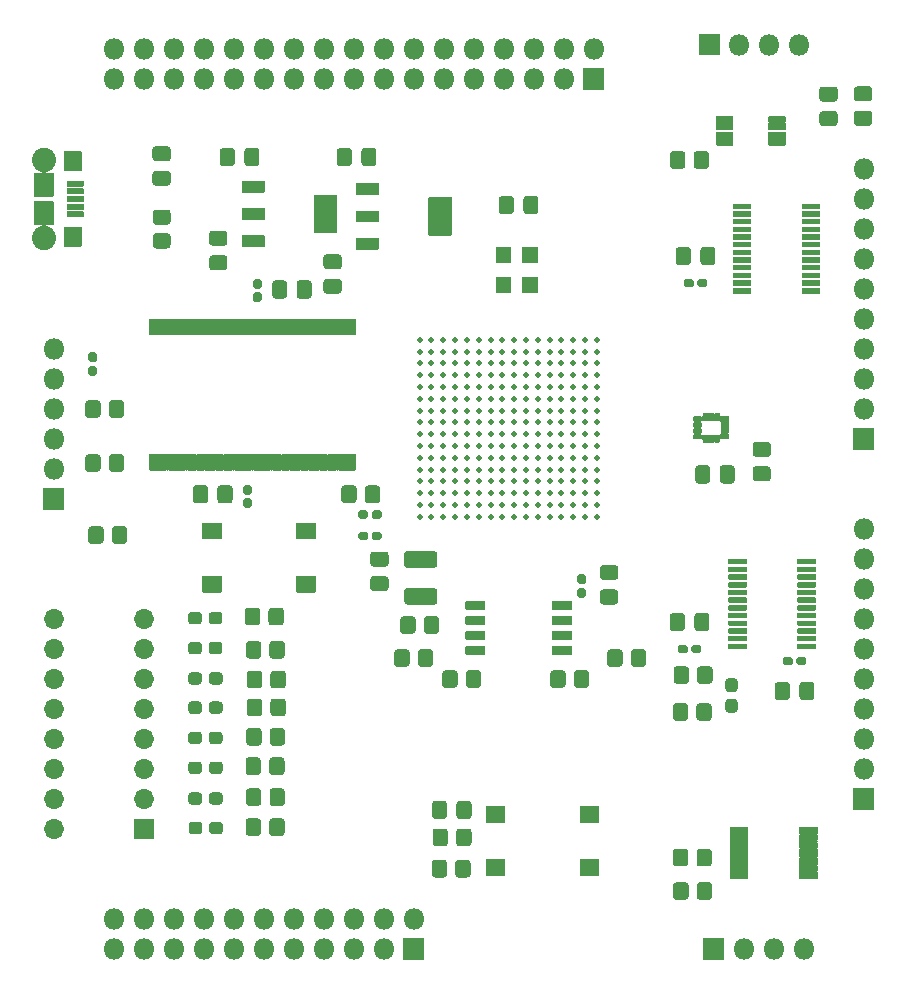
<source format=gts>
G04 #@! TF.GenerationSoftware,KiCad,Pcbnew,5.1.10-88a1d61d58~88~ubuntu20.04.1*
G04 #@! TF.CreationDate,2021-04-28T19:55:47-05:00*
G04 #@! TF.ProjectId,obi1,6f626931-2e6b-4696-9361-645f70636258,rev?*
G04 #@! TF.SameCoordinates,Original*
G04 #@! TF.FileFunction,Soldermask,Top*
G04 #@! TF.FilePolarity,Negative*
%FSLAX46Y46*%
G04 Gerber Fmt 4.6, Leading zero omitted, Abs format (unit mm)*
G04 Created by KiCad (PCBNEW 5.1.10-88a1d61d58~88~ubuntu20.04.1) date 2021-04-28 19:55:47*
%MOMM*%
%LPD*%
G01*
G04 APERTURE LIST*
%ADD10C,2.052000*%
%ADD11O,1.802000X1.802000*%
%ADD12C,0.502000*%
%ADD13O,1.702000X1.702000*%
%ADD14C,0.100000*%
G04 APERTURE END LIST*
G36*
G01*
X176079000Y-95505000D02*
X176079000Y-95155000D01*
G75*
G02*
X176130000Y-95104000I51000J0D01*
G01*
X176730000Y-95104000D01*
G75*
G02*
X176781000Y-95155000I0J-51000D01*
G01*
X176781000Y-95505000D01*
G75*
G02*
X176730000Y-95556000I-51000J0D01*
G01*
X176130000Y-95556000D01*
G75*
G02*
X176079000Y-95505000I0J51000D01*
G01*
G37*
G36*
G01*
X176079000Y-96005000D02*
X176079000Y-95655000D01*
G75*
G02*
X176130000Y-95604000I51000J0D01*
G01*
X176730000Y-95604000D01*
G75*
G02*
X176781000Y-95655000I0J-51000D01*
G01*
X176781000Y-96005000D01*
G75*
G02*
X176730000Y-96056000I-51000J0D01*
G01*
X176130000Y-96056000D01*
G75*
G02*
X176079000Y-96005000I0J51000D01*
G01*
G37*
G36*
G01*
X176079000Y-95005000D02*
X176079000Y-94655000D01*
G75*
G02*
X176130000Y-94604000I51000J0D01*
G01*
X176730000Y-94604000D01*
G75*
G02*
X176781000Y-94655000I0J-51000D01*
G01*
X176781000Y-95005000D01*
G75*
G02*
X176730000Y-95056000I-51000J0D01*
G01*
X176130000Y-95056000D01*
G75*
G02*
X176079000Y-95005000I0J51000D01*
G01*
G37*
G36*
G01*
X176079000Y-96505000D02*
X176079000Y-96155000D01*
G75*
G02*
X176130000Y-96104000I51000J0D01*
G01*
X176730000Y-96104000D01*
G75*
G02*
X176781000Y-96155000I0J-51000D01*
G01*
X176781000Y-96505000D01*
G75*
G02*
X176730000Y-96556000I-51000J0D01*
G01*
X176130000Y-96556000D01*
G75*
G02*
X176079000Y-96505000I0J51000D01*
G01*
G37*
G36*
G01*
X178399000Y-95505000D02*
X178399000Y-95155000D01*
G75*
G02*
X178450000Y-95104000I51000J0D01*
G01*
X179050000Y-95104000D01*
G75*
G02*
X179101000Y-95155000I0J-51000D01*
G01*
X179101000Y-95505000D01*
G75*
G02*
X179050000Y-95556000I-51000J0D01*
G01*
X178450000Y-95556000D01*
G75*
G02*
X178399000Y-95505000I0J51000D01*
G01*
G37*
G36*
G01*
X178399000Y-96005000D02*
X178399000Y-95655000D01*
G75*
G02*
X178450000Y-95604000I51000J0D01*
G01*
X179050000Y-95604000D01*
G75*
G02*
X179101000Y-95655000I0J-51000D01*
G01*
X179101000Y-96005000D01*
G75*
G02*
X179050000Y-96056000I-51000J0D01*
G01*
X178450000Y-96056000D01*
G75*
G02*
X178399000Y-96005000I0J51000D01*
G01*
G37*
G36*
G01*
X178399000Y-95005000D02*
X178399000Y-94655000D01*
G75*
G02*
X178450000Y-94604000I51000J0D01*
G01*
X179050000Y-94604000D01*
G75*
G02*
X179101000Y-94655000I0J-51000D01*
G01*
X179101000Y-95005000D01*
G75*
G02*
X179050000Y-95056000I-51000J0D01*
G01*
X178450000Y-95056000D01*
G75*
G02*
X178399000Y-95005000I0J51000D01*
G01*
G37*
G36*
G01*
X178399000Y-96505000D02*
X178399000Y-96155000D01*
G75*
G02*
X178450000Y-96104000I51000J0D01*
G01*
X179050000Y-96104000D01*
G75*
G02*
X179101000Y-96155000I0J-51000D01*
G01*
X179101000Y-96505000D01*
G75*
G02*
X179050000Y-96556000I-51000J0D01*
G01*
X178450000Y-96556000D01*
G75*
G02*
X178399000Y-96505000I0J51000D01*
G01*
G37*
G36*
G01*
X176864000Y-94970000D02*
X176864000Y-94370000D01*
G75*
G02*
X176915000Y-94319000I51000J0D01*
G01*
X177265000Y-94319000D01*
G75*
G02*
X177316000Y-94370000I0J-51000D01*
G01*
X177316000Y-94970000D01*
G75*
G02*
X177265000Y-95021000I-51000J0D01*
G01*
X176915000Y-95021000D01*
G75*
G02*
X176864000Y-94970000I0J51000D01*
G01*
G37*
G36*
G01*
X177364000Y-94970000D02*
X177364000Y-94370000D01*
G75*
G02*
X177415000Y-94319000I51000J0D01*
G01*
X177765000Y-94319000D01*
G75*
G02*
X177816000Y-94370000I0J-51000D01*
G01*
X177816000Y-94970000D01*
G75*
G02*
X177765000Y-95021000I-51000J0D01*
G01*
X177415000Y-95021000D01*
G75*
G02*
X177364000Y-94970000I0J51000D01*
G01*
G37*
G36*
G01*
X177864000Y-94970000D02*
X177864000Y-94370000D01*
G75*
G02*
X177915000Y-94319000I51000J0D01*
G01*
X178265000Y-94319000D01*
G75*
G02*
X178316000Y-94370000I0J-51000D01*
G01*
X178316000Y-94970000D01*
G75*
G02*
X178265000Y-95021000I-51000J0D01*
G01*
X177915000Y-95021000D01*
G75*
G02*
X177864000Y-94970000I0J51000D01*
G01*
G37*
G36*
G01*
X176864000Y-96790000D02*
X176864000Y-96190000D01*
G75*
G02*
X176915000Y-96139000I51000J0D01*
G01*
X177265000Y-96139000D01*
G75*
G02*
X177316000Y-96190000I0J-51000D01*
G01*
X177316000Y-96790000D01*
G75*
G02*
X177265000Y-96841000I-51000J0D01*
G01*
X176915000Y-96841000D01*
G75*
G02*
X176864000Y-96790000I0J51000D01*
G01*
G37*
G36*
G01*
X177364000Y-96790000D02*
X177364000Y-96190000D01*
G75*
G02*
X177415000Y-96139000I51000J0D01*
G01*
X177765000Y-96139000D01*
G75*
G02*
X177816000Y-96190000I0J-51000D01*
G01*
X177816000Y-96790000D01*
G75*
G02*
X177765000Y-96841000I-51000J0D01*
G01*
X177415000Y-96841000D01*
G75*
G02*
X177364000Y-96790000I0J51000D01*
G01*
G37*
G36*
G01*
X177864000Y-96790000D02*
X177864000Y-96190000D01*
G75*
G02*
X177915000Y-96139000I51000J0D01*
G01*
X178265000Y-96139000D01*
G75*
G02*
X178316000Y-96190000I0J-51000D01*
G01*
X178316000Y-96790000D01*
G75*
G02*
X178265000Y-96841000I-51000J0D01*
G01*
X177915000Y-96841000D01*
G75*
G02*
X177864000Y-96790000I0J51000D01*
G01*
G37*
G36*
G01*
X143984000Y-79065000D02*
X143984000Y-75875000D01*
G75*
G02*
X144035000Y-75824000I51000J0D01*
G01*
X145895000Y-75824000D01*
G75*
G02*
X145946000Y-75875000I0J-51000D01*
G01*
X145946000Y-79065000D01*
G75*
G02*
X145895000Y-79116000I-51000J0D01*
G01*
X144035000Y-79116000D01*
G75*
G02*
X143984000Y-79065000I0J51000D01*
G01*
G37*
G36*
G01*
X139796000Y-79320000D02*
X139796000Y-80220000D01*
G75*
G02*
X139745000Y-80271000I-51000J0D01*
G01*
X137885000Y-80271000D01*
G75*
G02*
X137834000Y-80220000I0J51000D01*
G01*
X137834000Y-79320000D01*
G75*
G02*
X137885000Y-79269000I51000J0D01*
G01*
X139745000Y-79269000D01*
G75*
G02*
X139796000Y-79320000I0J-51000D01*
G01*
G37*
G36*
G01*
X139796000Y-77020000D02*
X139796000Y-77920000D01*
G75*
G02*
X139745000Y-77971000I-51000J0D01*
G01*
X137885000Y-77971000D01*
G75*
G02*
X137834000Y-77920000I0J51000D01*
G01*
X137834000Y-77020000D01*
G75*
G02*
X137885000Y-76969000I51000J0D01*
G01*
X139745000Y-76969000D01*
G75*
G02*
X139796000Y-77020000I0J-51000D01*
G01*
G37*
G36*
G01*
X139796000Y-74720000D02*
X139796000Y-75620000D01*
G75*
G02*
X139745000Y-75671000I-51000J0D01*
G01*
X137885000Y-75671000D01*
G75*
G02*
X137834000Y-75620000I0J51000D01*
G01*
X137834000Y-74720000D01*
G75*
G02*
X137885000Y-74669000I51000J0D01*
G01*
X139745000Y-74669000D01*
G75*
G02*
X139796000Y-74720000I0J-51000D01*
G01*
G37*
G36*
G01*
X153654000Y-79268200D02*
X153654000Y-76078200D01*
G75*
G02*
X153705000Y-76027200I51000J0D01*
G01*
X155565000Y-76027200D01*
G75*
G02*
X155616000Y-76078200I0J-51000D01*
G01*
X155616000Y-79268200D01*
G75*
G02*
X155565000Y-79319200I-51000J0D01*
G01*
X153705000Y-79319200D01*
G75*
G02*
X153654000Y-79268200I0J51000D01*
G01*
G37*
G36*
G01*
X149466000Y-79523200D02*
X149466000Y-80423200D01*
G75*
G02*
X149415000Y-80474200I-51000J0D01*
G01*
X147555000Y-80474200D01*
G75*
G02*
X147504000Y-80423200I0J51000D01*
G01*
X147504000Y-79523200D01*
G75*
G02*
X147555000Y-79472200I51000J0D01*
G01*
X149415000Y-79472200D01*
G75*
G02*
X149466000Y-79523200I0J-51000D01*
G01*
G37*
G36*
G01*
X149466000Y-77223200D02*
X149466000Y-78123200D01*
G75*
G02*
X149415000Y-78174200I-51000J0D01*
G01*
X147555000Y-78174200D01*
G75*
G02*
X147504000Y-78123200I0J51000D01*
G01*
X147504000Y-77223200D01*
G75*
G02*
X147555000Y-77172200I51000J0D01*
G01*
X149415000Y-77172200D01*
G75*
G02*
X149466000Y-77223200I0J-51000D01*
G01*
G37*
G36*
G01*
X149466000Y-74923200D02*
X149466000Y-75823200D01*
G75*
G02*
X149415000Y-75874200I-51000J0D01*
G01*
X147555000Y-75874200D01*
G75*
G02*
X147504000Y-75823200I0J51000D01*
G01*
X147504000Y-74923200D01*
G75*
G02*
X147555000Y-74872200I51000J0D01*
G01*
X149415000Y-74872200D01*
G75*
G02*
X149466000Y-74923200I0J-51000D01*
G01*
G37*
G36*
G01*
X123083000Y-74649000D02*
X124433000Y-74649000D01*
G75*
G02*
X124484000Y-74700000I0J-51000D01*
G01*
X124484000Y-75100000D01*
G75*
G02*
X124433000Y-75151000I-51000J0D01*
G01*
X123083000Y-75151000D01*
G75*
G02*
X123032000Y-75100000I0J51000D01*
G01*
X123032000Y-74700000D01*
G75*
G02*
X123083000Y-74649000I51000J0D01*
G01*
G37*
G36*
G01*
X123083000Y-75299000D02*
X124433000Y-75299000D01*
G75*
G02*
X124484000Y-75350000I0J-51000D01*
G01*
X124484000Y-75750000D01*
G75*
G02*
X124433000Y-75801000I-51000J0D01*
G01*
X123083000Y-75801000D01*
G75*
G02*
X123032000Y-75750000I0J51000D01*
G01*
X123032000Y-75350000D01*
G75*
G02*
X123083000Y-75299000I51000J0D01*
G01*
G37*
G36*
G01*
X123083000Y-75949000D02*
X124433000Y-75949000D01*
G75*
G02*
X124484000Y-76000000I0J-51000D01*
G01*
X124484000Y-76400000D01*
G75*
G02*
X124433000Y-76451000I-51000J0D01*
G01*
X123083000Y-76451000D01*
G75*
G02*
X123032000Y-76400000I0J51000D01*
G01*
X123032000Y-76000000D01*
G75*
G02*
X123083000Y-75949000I51000J0D01*
G01*
G37*
G36*
G01*
X123083000Y-76599000D02*
X124433000Y-76599000D01*
G75*
G02*
X124484000Y-76650000I0J-51000D01*
G01*
X124484000Y-77050000D01*
G75*
G02*
X124433000Y-77101000I-51000J0D01*
G01*
X123083000Y-77101000D01*
G75*
G02*
X123032000Y-77050000I0J51000D01*
G01*
X123032000Y-76650000D01*
G75*
G02*
X123083000Y-76599000I51000J0D01*
G01*
G37*
G36*
G01*
X123083000Y-77249000D02*
X124433000Y-77249000D01*
G75*
G02*
X124484000Y-77300000I0J-51000D01*
G01*
X124484000Y-77700000D01*
G75*
G02*
X124433000Y-77751000I-51000J0D01*
G01*
X123083000Y-77751000D01*
G75*
G02*
X123032000Y-77700000I0J51000D01*
G01*
X123032000Y-77300000D01*
G75*
G02*
X123083000Y-77249000I51000J0D01*
G01*
G37*
D10*
X121083000Y-72900000D03*
X121083000Y-79500000D03*
G36*
G01*
X122782000Y-73800000D02*
X122782000Y-72200000D01*
G75*
G02*
X122833000Y-72149000I51000J0D01*
G01*
X124233000Y-72149000D01*
G75*
G02*
X124284000Y-72200000I0J-51000D01*
G01*
X124284000Y-73800000D01*
G75*
G02*
X124233000Y-73851000I-51000J0D01*
G01*
X122833000Y-73851000D01*
G75*
G02*
X122782000Y-73800000I0J51000D01*
G01*
G37*
G36*
G01*
X120232000Y-75950000D02*
X120232000Y-74050000D01*
G75*
G02*
X120283000Y-73999000I51000J0D01*
G01*
X121883000Y-73999000D01*
G75*
G02*
X121934000Y-74050000I0J-51000D01*
G01*
X121934000Y-75950000D01*
G75*
G02*
X121883000Y-76001000I-51000J0D01*
G01*
X120283000Y-76001000D01*
G75*
G02*
X120232000Y-75950000I0J51000D01*
G01*
G37*
G36*
G01*
X120232000Y-78350000D02*
X120232000Y-76450000D01*
G75*
G02*
X120283000Y-76399000I51000J0D01*
G01*
X121883000Y-76399000D01*
G75*
G02*
X121934000Y-76450000I0J-51000D01*
G01*
X121934000Y-78350000D01*
G75*
G02*
X121883000Y-78401000I-51000J0D01*
G01*
X120283000Y-78401000D01*
G75*
G02*
X120232000Y-78350000I0J51000D01*
G01*
G37*
G36*
G01*
X122782000Y-80200000D02*
X122782000Y-78600000D01*
G75*
G02*
X122833000Y-78549000I51000J0D01*
G01*
X124233000Y-78549000D01*
G75*
G02*
X124284000Y-78600000I0J-51000D01*
G01*
X124284000Y-80200000D01*
G75*
G02*
X124233000Y-80251000I-51000J0D01*
G01*
X122833000Y-80251000D01*
G75*
G02*
X122782000Y-80200000I0J51000D01*
G01*
G37*
G36*
G01*
X181365702Y-98829000D02*
X182374298Y-98829000D01*
G75*
G02*
X182646000Y-99100702I0J-271702D01*
G01*
X182646000Y-99834298D01*
G75*
G02*
X182374298Y-100106000I-271702J0D01*
G01*
X181365702Y-100106000D01*
G75*
G02*
X181094000Y-99834298I0J271702D01*
G01*
X181094000Y-99100702D01*
G75*
G02*
X181365702Y-98829000I271702J0D01*
G01*
G37*
G36*
G01*
X181365702Y-96754000D02*
X182374298Y-96754000D01*
G75*
G02*
X182646000Y-97025702I0J-271702D01*
G01*
X182646000Y-97759298D01*
G75*
G02*
X182374298Y-98031000I-271702J0D01*
G01*
X181365702Y-98031000D01*
G75*
G02*
X181094000Y-97759298I0J271702D01*
G01*
X181094000Y-97025702D01*
G75*
G02*
X181365702Y-96754000I271702J0D01*
G01*
G37*
G36*
G01*
X178309000Y-100014298D02*
X178309000Y-99005702D01*
G75*
G02*
X178580702Y-98734000I271702J0D01*
G01*
X179314298Y-98734000D01*
G75*
G02*
X179586000Y-99005702I0J-271702D01*
G01*
X179586000Y-100014298D01*
G75*
G02*
X179314298Y-100286000I-271702J0D01*
G01*
X178580702Y-100286000D01*
G75*
G02*
X178309000Y-100014298I0J271702D01*
G01*
G37*
G36*
G01*
X176234000Y-100014298D02*
X176234000Y-99005702D01*
G75*
G02*
X176505702Y-98734000I271702J0D01*
G01*
X177239298Y-98734000D01*
G75*
G02*
X177511000Y-99005702I0J-271702D01*
G01*
X177511000Y-100014298D01*
G75*
G02*
X177239298Y-100286000I-271702J0D01*
G01*
X176505702Y-100286000D01*
G75*
G02*
X176234000Y-100014298I0J271702D01*
G01*
G37*
G36*
G01*
X130711000Y-97840500D02*
X130711000Y-99135500D01*
G75*
G02*
X130660000Y-99186500I-51000J0D01*
G01*
X130060000Y-99186500D01*
G75*
G02*
X130009000Y-99135500I0J51000D01*
G01*
X130009000Y-97840500D01*
G75*
G02*
X130060000Y-97789500I51000J0D01*
G01*
X130660000Y-97789500D01*
G75*
G02*
X130711000Y-97840500I0J-51000D01*
G01*
G37*
G36*
G01*
X131511000Y-97840500D02*
X131511000Y-99135500D01*
G75*
G02*
X131460000Y-99186500I-51000J0D01*
G01*
X130860000Y-99186500D01*
G75*
G02*
X130809000Y-99135500I0J51000D01*
G01*
X130809000Y-97840500D01*
G75*
G02*
X130860000Y-97789500I51000J0D01*
G01*
X131460000Y-97789500D01*
G75*
G02*
X131511000Y-97840500I0J-51000D01*
G01*
G37*
G36*
G01*
X132311000Y-97840500D02*
X132311000Y-99135500D01*
G75*
G02*
X132260000Y-99186500I-51000J0D01*
G01*
X131660000Y-99186500D01*
G75*
G02*
X131609000Y-99135500I0J51000D01*
G01*
X131609000Y-97840500D01*
G75*
G02*
X131660000Y-97789500I51000J0D01*
G01*
X132260000Y-97789500D01*
G75*
G02*
X132311000Y-97840500I0J-51000D01*
G01*
G37*
G36*
G01*
X133111000Y-97840500D02*
X133111000Y-99135500D01*
G75*
G02*
X133060000Y-99186500I-51000J0D01*
G01*
X132460000Y-99186500D01*
G75*
G02*
X132409000Y-99135500I0J51000D01*
G01*
X132409000Y-97840500D01*
G75*
G02*
X132460000Y-97789500I51000J0D01*
G01*
X133060000Y-97789500D01*
G75*
G02*
X133111000Y-97840500I0J-51000D01*
G01*
G37*
G36*
G01*
X133911000Y-97840500D02*
X133911000Y-99135500D01*
G75*
G02*
X133860000Y-99186500I-51000J0D01*
G01*
X133260000Y-99186500D01*
G75*
G02*
X133209000Y-99135500I0J51000D01*
G01*
X133209000Y-97840500D01*
G75*
G02*
X133260000Y-97789500I51000J0D01*
G01*
X133860000Y-97789500D01*
G75*
G02*
X133911000Y-97840500I0J-51000D01*
G01*
G37*
G36*
G01*
X134711000Y-97840500D02*
X134711000Y-99135500D01*
G75*
G02*
X134660000Y-99186500I-51000J0D01*
G01*
X134060000Y-99186500D01*
G75*
G02*
X134009000Y-99135500I0J51000D01*
G01*
X134009000Y-97840500D01*
G75*
G02*
X134060000Y-97789500I51000J0D01*
G01*
X134660000Y-97789500D01*
G75*
G02*
X134711000Y-97840500I0J-51000D01*
G01*
G37*
G36*
G01*
X135511000Y-97840500D02*
X135511000Y-99135500D01*
G75*
G02*
X135460000Y-99186500I-51000J0D01*
G01*
X134860000Y-99186500D01*
G75*
G02*
X134809000Y-99135500I0J51000D01*
G01*
X134809000Y-97840500D01*
G75*
G02*
X134860000Y-97789500I51000J0D01*
G01*
X135460000Y-97789500D01*
G75*
G02*
X135511000Y-97840500I0J-51000D01*
G01*
G37*
G36*
G01*
X136311000Y-97840500D02*
X136311000Y-99135500D01*
G75*
G02*
X136260000Y-99186500I-51000J0D01*
G01*
X135660000Y-99186500D01*
G75*
G02*
X135609000Y-99135500I0J51000D01*
G01*
X135609000Y-97840500D01*
G75*
G02*
X135660000Y-97789500I51000J0D01*
G01*
X136260000Y-97789500D01*
G75*
G02*
X136311000Y-97840500I0J-51000D01*
G01*
G37*
G36*
G01*
X137111000Y-97840500D02*
X137111000Y-99135500D01*
G75*
G02*
X137060000Y-99186500I-51000J0D01*
G01*
X136460000Y-99186500D01*
G75*
G02*
X136409000Y-99135500I0J51000D01*
G01*
X136409000Y-97840500D01*
G75*
G02*
X136460000Y-97789500I51000J0D01*
G01*
X137060000Y-97789500D01*
G75*
G02*
X137111000Y-97840500I0J-51000D01*
G01*
G37*
G36*
G01*
X137911000Y-97840500D02*
X137911000Y-99135500D01*
G75*
G02*
X137860000Y-99186500I-51000J0D01*
G01*
X137260000Y-99186500D01*
G75*
G02*
X137209000Y-99135500I0J51000D01*
G01*
X137209000Y-97840500D01*
G75*
G02*
X137260000Y-97789500I51000J0D01*
G01*
X137860000Y-97789500D01*
G75*
G02*
X137911000Y-97840500I0J-51000D01*
G01*
G37*
G36*
G01*
X138711000Y-97840500D02*
X138711000Y-99135500D01*
G75*
G02*
X138660000Y-99186500I-51000J0D01*
G01*
X138060000Y-99186500D01*
G75*
G02*
X138009000Y-99135500I0J51000D01*
G01*
X138009000Y-97840500D01*
G75*
G02*
X138060000Y-97789500I51000J0D01*
G01*
X138660000Y-97789500D01*
G75*
G02*
X138711000Y-97840500I0J-51000D01*
G01*
G37*
G36*
G01*
X139511000Y-97840500D02*
X139511000Y-99135500D01*
G75*
G02*
X139460000Y-99186500I-51000J0D01*
G01*
X138860000Y-99186500D01*
G75*
G02*
X138809000Y-99135500I0J51000D01*
G01*
X138809000Y-97840500D01*
G75*
G02*
X138860000Y-97789500I51000J0D01*
G01*
X139460000Y-97789500D01*
G75*
G02*
X139511000Y-97840500I0J-51000D01*
G01*
G37*
G36*
G01*
X140311000Y-97840500D02*
X140311000Y-99135500D01*
G75*
G02*
X140260000Y-99186500I-51000J0D01*
G01*
X139660000Y-99186500D01*
G75*
G02*
X139609000Y-99135500I0J51000D01*
G01*
X139609000Y-97840500D01*
G75*
G02*
X139660000Y-97789500I51000J0D01*
G01*
X140260000Y-97789500D01*
G75*
G02*
X140311000Y-97840500I0J-51000D01*
G01*
G37*
G36*
G01*
X141111000Y-97840500D02*
X141111000Y-99135500D01*
G75*
G02*
X141060000Y-99186500I-51000J0D01*
G01*
X140460000Y-99186500D01*
G75*
G02*
X140409000Y-99135500I0J51000D01*
G01*
X140409000Y-97840500D01*
G75*
G02*
X140460000Y-97789500I51000J0D01*
G01*
X141060000Y-97789500D01*
G75*
G02*
X141111000Y-97840500I0J-51000D01*
G01*
G37*
G36*
G01*
X141911000Y-97840500D02*
X141911000Y-99135500D01*
G75*
G02*
X141860000Y-99186500I-51000J0D01*
G01*
X141260000Y-99186500D01*
G75*
G02*
X141209000Y-99135500I0J51000D01*
G01*
X141209000Y-97840500D01*
G75*
G02*
X141260000Y-97789500I51000J0D01*
G01*
X141860000Y-97789500D01*
G75*
G02*
X141911000Y-97840500I0J-51000D01*
G01*
G37*
G36*
G01*
X142711000Y-97840500D02*
X142711000Y-99135500D01*
G75*
G02*
X142660000Y-99186500I-51000J0D01*
G01*
X142060000Y-99186500D01*
G75*
G02*
X142009000Y-99135500I0J51000D01*
G01*
X142009000Y-97840500D01*
G75*
G02*
X142060000Y-97789500I51000J0D01*
G01*
X142660000Y-97789500D01*
G75*
G02*
X142711000Y-97840500I0J-51000D01*
G01*
G37*
G36*
G01*
X143511000Y-97840500D02*
X143511000Y-99135500D01*
G75*
G02*
X143460000Y-99186500I-51000J0D01*
G01*
X142860000Y-99186500D01*
G75*
G02*
X142809000Y-99135500I0J51000D01*
G01*
X142809000Y-97840500D01*
G75*
G02*
X142860000Y-97789500I51000J0D01*
G01*
X143460000Y-97789500D01*
G75*
G02*
X143511000Y-97840500I0J-51000D01*
G01*
G37*
G36*
G01*
X144311000Y-97840500D02*
X144311000Y-99135500D01*
G75*
G02*
X144260000Y-99186500I-51000J0D01*
G01*
X143660000Y-99186500D01*
G75*
G02*
X143609000Y-99135500I0J51000D01*
G01*
X143609000Y-97840500D01*
G75*
G02*
X143660000Y-97789500I51000J0D01*
G01*
X144260000Y-97789500D01*
G75*
G02*
X144311000Y-97840500I0J-51000D01*
G01*
G37*
G36*
G01*
X145111000Y-97840500D02*
X145111000Y-99135500D01*
G75*
G02*
X145060000Y-99186500I-51000J0D01*
G01*
X144460000Y-99186500D01*
G75*
G02*
X144409000Y-99135500I0J51000D01*
G01*
X144409000Y-97840500D01*
G75*
G02*
X144460000Y-97789500I51000J0D01*
G01*
X145060000Y-97789500D01*
G75*
G02*
X145111000Y-97840500I0J-51000D01*
G01*
G37*
G36*
G01*
X145911000Y-97840500D02*
X145911000Y-99135500D01*
G75*
G02*
X145860000Y-99186500I-51000J0D01*
G01*
X145260000Y-99186500D01*
G75*
G02*
X145209000Y-99135500I0J51000D01*
G01*
X145209000Y-97840500D01*
G75*
G02*
X145260000Y-97789500I51000J0D01*
G01*
X145860000Y-97789500D01*
G75*
G02*
X145911000Y-97840500I0J-51000D01*
G01*
G37*
G36*
G01*
X146711000Y-97840500D02*
X146711000Y-99135500D01*
G75*
G02*
X146660000Y-99186500I-51000J0D01*
G01*
X146060000Y-99186500D01*
G75*
G02*
X146009000Y-99135500I0J51000D01*
G01*
X146009000Y-97840500D01*
G75*
G02*
X146060000Y-97789500I51000J0D01*
G01*
X146660000Y-97789500D01*
G75*
G02*
X146711000Y-97840500I0J-51000D01*
G01*
G37*
G36*
G01*
X147511000Y-97840500D02*
X147511000Y-99135500D01*
G75*
G02*
X147460000Y-99186500I-51000J0D01*
G01*
X146860000Y-99186500D01*
G75*
G02*
X146809000Y-99135500I0J51000D01*
G01*
X146809000Y-97840500D01*
G75*
G02*
X146860000Y-97789500I51000J0D01*
G01*
X147460000Y-97789500D01*
G75*
G02*
X147511000Y-97840500I0J-51000D01*
G01*
G37*
G36*
G01*
X147511000Y-86384500D02*
X147511000Y-87679500D01*
G75*
G02*
X147460000Y-87730500I-51000J0D01*
G01*
X146860000Y-87730500D01*
G75*
G02*
X146809000Y-87679500I0J51000D01*
G01*
X146809000Y-86384500D01*
G75*
G02*
X146860000Y-86333500I51000J0D01*
G01*
X147460000Y-86333500D01*
G75*
G02*
X147511000Y-86384500I0J-51000D01*
G01*
G37*
G36*
G01*
X146711000Y-86384500D02*
X146711000Y-87679500D01*
G75*
G02*
X146660000Y-87730500I-51000J0D01*
G01*
X146060000Y-87730500D01*
G75*
G02*
X146009000Y-87679500I0J51000D01*
G01*
X146009000Y-86384500D01*
G75*
G02*
X146060000Y-86333500I51000J0D01*
G01*
X146660000Y-86333500D01*
G75*
G02*
X146711000Y-86384500I0J-51000D01*
G01*
G37*
G36*
G01*
X145911000Y-86384500D02*
X145911000Y-87679500D01*
G75*
G02*
X145860000Y-87730500I-51000J0D01*
G01*
X145260000Y-87730500D01*
G75*
G02*
X145209000Y-87679500I0J51000D01*
G01*
X145209000Y-86384500D01*
G75*
G02*
X145260000Y-86333500I51000J0D01*
G01*
X145860000Y-86333500D01*
G75*
G02*
X145911000Y-86384500I0J-51000D01*
G01*
G37*
G36*
G01*
X145111000Y-86384500D02*
X145111000Y-87679500D01*
G75*
G02*
X145060000Y-87730500I-51000J0D01*
G01*
X144460000Y-87730500D01*
G75*
G02*
X144409000Y-87679500I0J51000D01*
G01*
X144409000Y-86384500D01*
G75*
G02*
X144460000Y-86333500I51000J0D01*
G01*
X145060000Y-86333500D01*
G75*
G02*
X145111000Y-86384500I0J-51000D01*
G01*
G37*
G36*
G01*
X144311000Y-86384500D02*
X144311000Y-87679500D01*
G75*
G02*
X144260000Y-87730500I-51000J0D01*
G01*
X143660000Y-87730500D01*
G75*
G02*
X143609000Y-87679500I0J51000D01*
G01*
X143609000Y-86384500D01*
G75*
G02*
X143660000Y-86333500I51000J0D01*
G01*
X144260000Y-86333500D01*
G75*
G02*
X144311000Y-86384500I0J-51000D01*
G01*
G37*
G36*
G01*
X143511000Y-86384500D02*
X143511000Y-87679500D01*
G75*
G02*
X143460000Y-87730500I-51000J0D01*
G01*
X142860000Y-87730500D01*
G75*
G02*
X142809000Y-87679500I0J51000D01*
G01*
X142809000Y-86384500D01*
G75*
G02*
X142860000Y-86333500I51000J0D01*
G01*
X143460000Y-86333500D01*
G75*
G02*
X143511000Y-86384500I0J-51000D01*
G01*
G37*
G36*
G01*
X142711000Y-86384500D02*
X142711000Y-87679500D01*
G75*
G02*
X142660000Y-87730500I-51000J0D01*
G01*
X142060000Y-87730500D01*
G75*
G02*
X142009000Y-87679500I0J51000D01*
G01*
X142009000Y-86384500D01*
G75*
G02*
X142060000Y-86333500I51000J0D01*
G01*
X142660000Y-86333500D01*
G75*
G02*
X142711000Y-86384500I0J-51000D01*
G01*
G37*
G36*
G01*
X141911000Y-86384500D02*
X141911000Y-87679500D01*
G75*
G02*
X141860000Y-87730500I-51000J0D01*
G01*
X141260000Y-87730500D01*
G75*
G02*
X141209000Y-87679500I0J51000D01*
G01*
X141209000Y-86384500D01*
G75*
G02*
X141260000Y-86333500I51000J0D01*
G01*
X141860000Y-86333500D01*
G75*
G02*
X141911000Y-86384500I0J-51000D01*
G01*
G37*
G36*
G01*
X141111000Y-86384500D02*
X141111000Y-87679500D01*
G75*
G02*
X141060000Y-87730500I-51000J0D01*
G01*
X140460000Y-87730500D01*
G75*
G02*
X140409000Y-87679500I0J51000D01*
G01*
X140409000Y-86384500D01*
G75*
G02*
X140460000Y-86333500I51000J0D01*
G01*
X141060000Y-86333500D01*
G75*
G02*
X141111000Y-86384500I0J-51000D01*
G01*
G37*
G36*
G01*
X140311000Y-86384500D02*
X140311000Y-87679500D01*
G75*
G02*
X140260000Y-87730500I-51000J0D01*
G01*
X139660000Y-87730500D01*
G75*
G02*
X139609000Y-87679500I0J51000D01*
G01*
X139609000Y-86384500D01*
G75*
G02*
X139660000Y-86333500I51000J0D01*
G01*
X140260000Y-86333500D01*
G75*
G02*
X140311000Y-86384500I0J-51000D01*
G01*
G37*
G36*
G01*
X139511000Y-86384500D02*
X139511000Y-87679500D01*
G75*
G02*
X139460000Y-87730500I-51000J0D01*
G01*
X138860000Y-87730500D01*
G75*
G02*
X138809000Y-87679500I0J51000D01*
G01*
X138809000Y-86384500D01*
G75*
G02*
X138860000Y-86333500I51000J0D01*
G01*
X139460000Y-86333500D01*
G75*
G02*
X139511000Y-86384500I0J-51000D01*
G01*
G37*
G36*
G01*
X138711000Y-86384500D02*
X138711000Y-87679500D01*
G75*
G02*
X138660000Y-87730500I-51000J0D01*
G01*
X138060000Y-87730500D01*
G75*
G02*
X138009000Y-87679500I0J51000D01*
G01*
X138009000Y-86384500D01*
G75*
G02*
X138060000Y-86333500I51000J0D01*
G01*
X138660000Y-86333500D01*
G75*
G02*
X138711000Y-86384500I0J-51000D01*
G01*
G37*
G36*
G01*
X137911000Y-86384500D02*
X137911000Y-87679500D01*
G75*
G02*
X137860000Y-87730500I-51000J0D01*
G01*
X137260000Y-87730500D01*
G75*
G02*
X137209000Y-87679500I0J51000D01*
G01*
X137209000Y-86384500D01*
G75*
G02*
X137260000Y-86333500I51000J0D01*
G01*
X137860000Y-86333500D01*
G75*
G02*
X137911000Y-86384500I0J-51000D01*
G01*
G37*
G36*
G01*
X137111000Y-86384500D02*
X137111000Y-87679500D01*
G75*
G02*
X137060000Y-87730500I-51000J0D01*
G01*
X136460000Y-87730500D01*
G75*
G02*
X136409000Y-87679500I0J51000D01*
G01*
X136409000Y-86384500D01*
G75*
G02*
X136460000Y-86333500I51000J0D01*
G01*
X137060000Y-86333500D01*
G75*
G02*
X137111000Y-86384500I0J-51000D01*
G01*
G37*
G36*
G01*
X136311000Y-86384500D02*
X136311000Y-87679500D01*
G75*
G02*
X136260000Y-87730500I-51000J0D01*
G01*
X135660000Y-87730500D01*
G75*
G02*
X135609000Y-87679500I0J51000D01*
G01*
X135609000Y-86384500D01*
G75*
G02*
X135660000Y-86333500I51000J0D01*
G01*
X136260000Y-86333500D01*
G75*
G02*
X136311000Y-86384500I0J-51000D01*
G01*
G37*
G36*
G01*
X135511000Y-86384500D02*
X135511000Y-87679500D01*
G75*
G02*
X135460000Y-87730500I-51000J0D01*
G01*
X134860000Y-87730500D01*
G75*
G02*
X134809000Y-87679500I0J51000D01*
G01*
X134809000Y-86384500D01*
G75*
G02*
X134860000Y-86333500I51000J0D01*
G01*
X135460000Y-86333500D01*
G75*
G02*
X135511000Y-86384500I0J-51000D01*
G01*
G37*
G36*
G01*
X134711000Y-86384500D02*
X134711000Y-87679500D01*
G75*
G02*
X134660000Y-87730500I-51000J0D01*
G01*
X134060000Y-87730500D01*
G75*
G02*
X134009000Y-87679500I0J51000D01*
G01*
X134009000Y-86384500D01*
G75*
G02*
X134060000Y-86333500I51000J0D01*
G01*
X134660000Y-86333500D01*
G75*
G02*
X134711000Y-86384500I0J-51000D01*
G01*
G37*
G36*
G01*
X133911000Y-86384500D02*
X133911000Y-87679500D01*
G75*
G02*
X133860000Y-87730500I-51000J0D01*
G01*
X133260000Y-87730500D01*
G75*
G02*
X133209000Y-87679500I0J51000D01*
G01*
X133209000Y-86384500D01*
G75*
G02*
X133260000Y-86333500I51000J0D01*
G01*
X133860000Y-86333500D01*
G75*
G02*
X133911000Y-86384500I0J-51000D01*
G01*
G37*
G36*
G01*
X133111000Y-86384500D02*
X133111000Y-87679500D01*
G75*
G02*
X133060000Y-87730500I-51000J0D01*
G01*
X132460000Y-87730500D01*
G75*
G02*
X132409000Y-87679500I0J51000D01*
G01*
X132409000Y-86384500D01*
G75*
G02*
X132460000Y-86333500I51000J0D01*
G01*
X133060000Y-86333500D01*
G75*
G02*
X133111000Y-86384500I0J-51000D01*
G01*
G37*
G36*
G01*
X132311000Y-86384500D02*
X132311000Y-87679500D01*
G75*
G02*
X132260000Y-87730500I-51000J0D01*
G01*
X131660000Y-87730500D01*
G75*
G02*
X131609000Y-87679500I0J51000D01*
G01*
X131609000Y-86384500D01*
G75*
G02*
X131660000Y-86333500I51000J0D01*
G01*
X132260000Y-86333500D01*
G75*
G02*
X132311000Y-86384500I0J-51000D01*
G01*
G37*
G36*
G01*
X131511000Y-86384500D02*
X131511000Y-87679500D01*
G75*
G02*
X131460000Y-87730500I-51000J0D01*
G01*
X130860000Y-87730500D01*
G75*
G02*
X130809000Y-87679500I0J51000D01*
G01*
X130809000Y-86384500D01*
G75*
G02*
X130860000Y-86333500I51000J0D01*
G01*
X131460000Y-86333500D01*
G75*
G02*
X131511000Y-86384500I0J-51000D01*
G01*
G37*
G36*
G01*
X130711000Y-86384500D02*
X130711000Y-87679500D01*
G75*
G02*
X130660000Y-87730500I-51000J0D01*
G01*
X130060000Y-87730500D01*
G75*
G02*
X130009000Y-87679500I0J51000D01*
G01*
X130009000Y-86384500D01*
G75*
G02*
X130060000Y-86333500I51000J0D01*
G01*
X130660000Y-86333500D01*
G75*
G02*
X130711000Y-86384500I0J-51000D01*
G01*
G37*
G36*
G01*
X147973000Y-73148298D02*
X147973000Y-72139702D01*
G75*
G02*
X148244702Y-71868000I271702J0D01*
G01*
X148978298Y-71868000D01*
G75*
G02*
X149250000Y-72139702I0J-271702D01*
G01*
X149250000Y-73148298D01*
G75*
G02*
X148978298Y-73420000I-271702J0D01*
G01*
X148244702Y-73420000D01*
G75*
G02*
X147973000Y-73148298I0J271702D01*
G01*
G37*
G36*
G01*
X145898000Y-73148298D02*
X145898000Y-72139702D01*
G75*
G02*
X146169702Y-71868000I271702J0D01*
G01*
X146903298Y-71868000D01*
G75*
G02*
X147175000Y-72139702I0J-271702D01*
G01*
X147175000Y-73148298D01*
G75*
G02*
X146903298Y-73420000I-271702J0D01*
G01*
X146169702Y-73420000D01*
G75*
G02*
X145898000Y-73148298I0J271702D01*
G01*
G37*
G36*
G01*
X145037702Y-80874000D02*
X146046298Y-80874000D01*
G75*
G02*
X146318000Y-81145702I0J-271702D01*
G01*
X146318000Y-81879298D01*
G75*
G02*
X146046298Y-82151000I-271702J0D01*
G01*
X145037702Y-82151000D01*
G75*
G02*
X144766000Y-81879298I0J271702D01*
G01*
X144766000Y-81145702D01*
G75*
G02*
X145037702Y-80874000I271702J0D01*
G01*
G37*
G36*
G01*
X145037702Y-82949000D02*
X146046298Y-82949000D01*
G75*
G02*
X146318000Y-83220702I0J-271702D01*
G01*
X146318000Y-83954298D01*
G75*
G02*
X146046298Y-84226000I-271702J0D01*
G01*
X145037702Y-84226000D01*
G75*
G02*
X144766000Y-83954298I0J271702D01*
G01*
X144766000Y-83220702D01*
G75*
G02*
X145037702Y-82949000I271702J0D01*
G01*
G37*
G36*
G01*
X130584248Y-79089000D02*
X131543752Y-79089000D01*
G75*
G02*
X131815000Y-79360248I0J-271248D01*
G01*
X131815000Y-80119752D01*
G75*
G02*
X131543752Y-80391000I-271248J0D01*
G01*
X130584248Y-80391000D01*
G75*
G02*
X130313000Y-80119752I0J271248D01*
G01*
X130313000Y-79360248D01*
G75*
G02*
X130584248Y-79089000I271248J0D01*
G01*
G37*
G36*
G01*
X130584248Y-77089000D02*
X131543752Y-77089000D01*
G75*
G02*
X131815000Y-77360248I0J-271248D01*
G01*
X131815000Y-78119752D01*
G75*
G02*
X131543752Y-78391000I-271248J0D01*
G01*
X130584248Y-78391000D01*
G75*
G02*
X130313000Y-78119752I0J271248D01*
G01*
X130313000Y-77360248D01*
G75*
G02*
X130584248Y-77089000I271248J0D01*
G01*
G37*
D11*
X127000000Y-137160000D03*
X127000000Y-139700000D03*
X129540000Y-137160000D03*
X129540000Y-139700000D03*
X132080000Y-137160000D03*
X132080000Y-139700000D03*
X134620000Y-137160000D03*
X134620000Y-139700000D03*
X137160000Y-137160000D03*
X137160000Y-139700000D03*
X139700000Y-137160000D03*
X139700000Y-139700000D03*
X142240000Y-137160000D03*
X142240000Y-139700000D03*
X144780000Y-137160000D03*
X144780000Y-139700000D03*
X147320000Y-137160000D03*
X147320000Y-139700000D03*
X149860000Y-137160000D03*
X149860000Y-139700000D03*
X152400000Y-137160000D03*
G36*
G01*
X151550000Y-138799000D02*
X153250000Y-138799000D01*
G75*
G02*
X153301000Y-138850000I0J-51000D01*
G01*
X153301000Y-140550000D01*
G75*
G02*
X153250000Y-140601000I-51000J0D01*
G01*
X151550000Y-140601000D01*
G75*
G02*
X151499000Y-140550000I0J51000D01*
G01*
X151499000Y-138850000D01*
G75*
G02*
X151550000Y-138799000I51000J0D01*
G01*
G37*
G36*
G01*
X181000600Y-83794600D02*
X181000600Y-84150200D01*
G75*
G02*
X180949600Y-84201200I-51000J0D01*
G01*
X179476400Y-84201200D01*
G75*
G02*
X179425400Y-84150200I0J51000D01*
G01*
X179425400Y-83794600D01*
G75*
G02*
X179476400Y-83743600I51000J0D01*
G01*
X180949600Y-83743600D01*
G75*
G02*
X181000600Y-83794600I0J-51000D01*
G01*
G37*
G36*
G01*
X181000600Y-83134200D02*
X181000600Y-83489800D01*
G75*
G02*
X180949600Y-83540800I-51000J0D01*
G01*
X179476400Y-83540800D01*
G75*
G02*
X179425400Y-83489800I0J51000D01*
G01*
X179425400Y-83134200D01*
G75*
G02*
X179476400Y-83083200I51000J0D01*
G01*
X180949600Y-83083200D01*
G75*
G02*
X181000600Y-83134200I0J-51000D01*
G01*
G37*
G36*
G01*
X181000600Y-82499200D02*
X181000600Y-82854800D01*
G75*
G02*
X180949600Y-82905800I-51000J0D01*
G01*
X179476400Y-82905800D01*
G75*
G02*
X179425400Y-82854800I0J51000D01*
G01*
X179425400Y-82499200D01*
G75*
G02*
X179476400Y-82448200I51000J0D01*
G01*
X180949600Y-82448200D01*
G75*
G02*
X181000600Y-82499200I0J-51000D01*
G01*
G37*
G36*
G01*
X181000600Y-81838800D02*
X181000600Y-82194400D01*
G75*
G02*
X180949600Y-82245400I-51000J0D01*
G01*
X179476400Y-82245400D01*
G75*
G02*
X179425400Y-82194400I0J51000D01*
G01*
X179425400Y-81838800D01*
G75*
G02*
X179476400Y-81787800I51000J0D01*
G01*
X180949600Y-81787800D01*
G75*
G02*
X181000600Y-81838800I0J-51000D01*
G01*
G37*
G36*
G01*
X181000600Y-81178400D02*
X181000600Y-81534000D01*
G75*
G02*
X180949600Y-81585000I-51000J0D01*
G01*
X179476400Y-81585000D01*
G75*
G02*
X179425400Y-81534000I0J51000D01*
G01*
X179425400Y-81178400D01*
G75*
G02*
X179476400Y-81127400I51000J0D01*
G01*
X180949600Y-81127400D01*
G75*
G02*
X181000600Y-81178400I0J-51000D01*
G01*
G37*
G36*
G01*
X181000600Y-80543400D02*
X181000600Y-80899000D01*
G75*
G02*
X180949600Y-80950000I-51000J0D01*
G01*
X179476400Y-80950000D01*
G75*
G02*
X179425400Y-80899000I0J51000D01*
G01*
X179425400Y-80543400D01*
G75*
G02*
X179476400Y-80492400I51000J0D01*
G01*
X180949600Y-80492400D01*
G75*
G02*
X181000600Y-80543400I0J-51000D01*
G01*
G37*
G36*
G01*
X181000600Y-79883000D02*
X181000600Y-80238600D01*
G75*
G02*
X180949600Y-80289600I-51000J0D01*
G01*
X179476400Y-80289600D01*
G75*
G02*
X179425400Y-80238600I0J51000D01*
G01*
X179425400Y-79883000D01*
G75*
G02*
X179476400Y-79832000I51000J0D01*
G01*
X180949600Y-79832000D01*
G75*
G02*
X181000600Y-79883000I0J-51000D01*
G01*
G37*
G36*
G01*
X181000600Y-79248000D02*
X181000600Y-79603600D01*
G75*
G02*
X180949600Y-79654600I-51000J0D01*
G01*
X179476400Y-79654600D01*
G75*
G02*
X179425400Y-79603600I0J51000D01*
G01*
X179425400Y-79248000D01*
G75*
G02*
X179476400Y-79197000I51000J0D01*
G01*
X180949600Y-79197000D01*
G75*
G02*
X181000600Y-79248000I0J-51000D01*
G01*
G37*
G36*
G01*
X181000600Y-78587600D02*
X181000600Y-78943200D01*
G75*
G02*
X180949600Y-78994200I-51000J0D01*
G01*
X179476400Y-78994200D01*
G75*
G02*
X179425400Y-78943200I0J51000D01*
G01*
X179425400Y-78587600D01*
G75*
G02*
X179476400Y-78536600I51000J0D01*
G01*
X180949600Y-78536600D01*
G75*
G02*
X181000600Y-78587600I0J-51000D01*
G01*
G37*
G36*
G01*
X181000600Y-77927200D02*
X181000600Y-78282800D01*
G75*
G02*
X180949600Y-78333800I-51000J0D01*
G01*
X179476400Y-78333800D01*
G75*
G02*
X179425400Y-78282800I0J51000D01*
G01*
X179425400Y-77927200D01*
G75*
G02*
X179476400Y-77876200I51000J0D01*
G01*
X180949600Y-77876200D01*
G75*
G02*
X181000600Y-77927200I0J-51000D01*
G01*
G37*
G36*
G01*
X181000600Y-77292200D02*
X181000600Y-77647800D01*
G75*
G02*
X180949600Y-77698800I-51000J0D01*
G01*
X179476400Y-77698800D01*
G75*
G02*
X179425400Y-77647800I0J51000D01*
G01*
X179425400Y-77292200D01*
G75*
G02*
X179476400Y-77241200I51000J0D01*
G01*
X180949600Y-77241200D01*
G75*
G02*
X181000600Y-77292200I0J-51000D01*
G01*
G37*
G36*
G01*
X181000600Y-76631800D02*
X181000600Y-76987400D01*
G75*
G02*
X180949600Y-77038400I-51000J0D01*
G01*
X179476400Y-77038400D01*
G75*
G02*
X179425400Y-76987400I0J51000D01*
G01*
X179425400Y-76631800D01*
G75*
G02*
X179476400Y-76580800I51000J0D01*
G01*
X180949600Y-76580800D01*
G75*
G02*
X181000600Y-76631800I0J-51000D01*
G01*
G37*
G36*
G01*
X186842600Y-76631800D02*
X186842600Y-76987400D01*
G75*
G02*
X186791600Y-77038400I-51000J0D01*
G01*
X185318400Y-77038400D01*
G75*
G02*
X185267400Y-76987400I0J51000D01*
G01*
X185267400Y-76631800D01*
G75*
G02*
X185318400Y-76580800I51000J0D01*
G01*
X186791600Y-76580800D01*
G75*
G02*
X186842600Y-76631800I0J-51000D01*
G01*
G37*
G36*
G01*
X186842600Y-77292200D02*
X186842600Y-77647800D01*
G75*
G02*
X186791600Y-77698800I-51000J0D01*
G01*
X185318400Y-77698800D01*
G75*
G02*
X185267400Y-77647800I0J51000D01*
G01*
X185267400Y-77292200D01*
G75*
G02*
X185318400Y-77241200I51000J0D01*
G01*
X186791600Y-77241200D01*
G75*
G02*
X186842600Y-77292200I0J-51000D01*
G01*
G37*
G36*
G01*
X186842600Y-77927200D02*
X186842600Y-78282800D01*
G75*
G02*
X186791600Y-78333800I-51000J0D01*
G01*
X185318400Y-78333800D01*
G75*
G02*
X185267400Y-78282800I0J51000D01*
G01*
X185267400Y-77927200D01*
G75*
G02*
X185318400Y-77876200I51000J0D01*
G01*
X186791600Y-77876200D01*
G75*
G02*
X186842600Y-77927200I0J-51000D01*
G01*
G37*
G36*
G01*
X186842600Y-78587600D02*
X186842600Y-78943200D01*
G75*
G02*
X186791600Y-78994200I-51000J0D01*
G01*
X185318400Y-78994200D01*
G75*
G02*
X185267400Y-78943200I0J51000D01*
G01*
X185267400Y-78587600D01*
G75*
G02*
X185318400Y-78536600I51000J0D01*
G01*
X186791600Y-78536600D01*
G75*
G02*
X186842600Y-78587600I0J-51000D01*
G01*
G37*
G36*
G01*
X186842600Y-79248000D02*
X186842600Y-79603600D01*
G75*
G02*
X186791600Y-79654600I-51000J0D01*
G01*
X185318400Y-79654600D01*
G75*
G02*
X185267400Y-79603600I0J51000D01*
G01*
X185267400Y-79248000D01*
G75*
G02*
X185318400Y-79197000I51000J0D01*
G01*
X186791600Y-79197000D01*
G75*
G02*
X186842600Y-79248000I0J-51000D01*
G01*
G37*
G36*
G01*
X186842600Y-79883000D02*
X186842600Y-80238600D01*
G75*
G02*
X186791600Y-80289600I-51000J0D01*
G01*
X185318400Y-80289600D01*
G75*
G02*
X185267400Y-80238600I0J51000D01*
G01*
X185267400Y-79883000D01*
G75*
G02*
X185318400Y-79832000I51000J0D01*
G01*
X186791600Y-79832000D01*
G75*
G02*
X186842600Y-79883000I0J-51000D01*
G01*
G37*
G36*
G01*
X186842600Y-80543400D02*
X186842600Y-80899000D01*
G75*
G02*
X186791600Y-80950000I-51000J0D01*
G01*
X185318400Y-80950000D01*
G75*
G02*
X185267400Y-80899000I0J51000D01*
G01*
X185267400Y-80543400D01*
G75*
G02*
X185318400Y-80492400I51000J0D01*
G01*
X186791600Y-80492400D01*
G75*
G02*
X186842600Y-80543400I0J-51000D01*
G01*
G37*
G36*
G01*
X186842600Y-81178400D02*
X186842600Y-81534000D01*
G75*
G02*
X186791600Y-81585000I-51000J0D01*
G01*
X185318400Y-81585000D01*
G75*
G02*
X185267400Y-81534000I0J51000D01*
G01*
X185267400Y-81178400D01*
G75*
G02*
X185318400Y-81127400I51000J0D01*
G01*
X186791600Y-81127400D01*
G75*
G02*
X186842600Y-81178400I0J-51000D01*
G01*
G37*
G36*
G01*
X186842600Y-81838800D02*
X186842600Y-82194400D01*
G75*
G02*
X186791600Y-82245400I-51000J0D01*
G01*
X185318400Y-82245400D01*
G75*
G02*
X185267400Y-82194400I0J51000D01*
G01*
X185267400Y-81838800D01*
G75*
G02*
X185318400Y-81787800I51000J0D01*
G01*
X186791600Y-81787800D01*
G75*
G02*
X186842600Y-81838800I0J-51000D01*
G01*
G37*
G36*
G01*
X186842600Y-82499200D02*
X186842600Y-82854800D01*
G75*
G02*
X186791600Y-82905800I-51000J0D01*
G01*
X185318400Y-82905800D01*
G75*
G02*
X185267400Y-82854800I0J51000D01*
G01*
X185267400Y-82499200D01*
G75*
G02*
X185318400Y-82448200I51000J0D01*
G01*
X186791600Y-82448200D01*
G75*
G02*
X186842600Y-82499200I0J-51000D01*
G01*
G37*
G36*
G01*
X186842600Y-83134200D02*
X186842600Y-83489800D01*
G75*
G02*
X186791600Y-83540800I-51000J0D01*
G01*
X185318400Y-83540800D01*
G75*
G02*
X185267400Y-83489800I0J51000D01*
G01*
X185267400Y-83134200D01*
G75*
G02*
X185318400Y-83083200I51000J0D01*
G01*
X186791600Y-83083200D01*
G75*
G02*
X186842600Y-83134200I0J-51000D01*
G01*
G37*
G36*
G01*
X186842600Y-83794600D02*
X186842600Y-84150200D01*
G75*
G02*
X186791600Y-84201200I-51000J0D01*
G01*
X185318400Y-84201200D01*
G75*
G02*
X185267400Y-84150200I0J51000D01*
G01*
X185267400Y-83794600D01*
G75*
G02*
X185318400Y-83743600I51000J0D01*
G01*
X186791600Y-83743600D01*
G75*
G02*
X186842600Y-83794600I0J-51000D01*
G01*
G37*
G36*
G01*
X179204500Y-133246000D02*
X180679500Y-133246000D01*
G75*
G02*
X180730500Y-133297000I0J-51000D01*
G01*
X180730500Y-133747000D01*
G75*
G02*
X180679500Y-133798000I-51000J0D01*
G01*
X179204500Y-133798000D01*
G75*
G02*
X179153500Y-133747000I0J51000D01*
G01*
X179153500Y-133297000D01*
G75*
G02*
X179204500Y-133246000I51000J0D01*
G01*
G37*
G36*
G01*
X179204500Y-132596000D02*
X180679500Y-132596000D01*
G75*
G02*
X180730500Y-132647000I0J-51000D01*
G01*
X180730500Y-133097000D01*
G75*
G02*
X180679500Y-133148000I-51000J0D01*
G01*
X179204500Y-133148000D01*
G75*
G02*
X179153500Y-133097000I0J51000D01*
G01*
X179153500Y-132647000D01*
G75*
G02*
X179204500Y-132596000I51000J0D01*
G01*
G37*
G36*
G01*
X179204500Y-131946000D02*
X180679500Y-131946000D01*
G75*
G02*
X180730500Y-131997000I0J-51000D01*
G01*
X180730500Y-132447000D01*
G75*
G02*
X180679500Y-132498000I-51000J0D01*
G01*
X179204500Y-132498000D01*
G75*
G02*
X179153500Y-132447000I0J51000D01*
G01*
X179153500Y-131997000D01*
G75*
G02*
X179204500Y-131946000I51000J0D01*
G01*
G37*
G36*
G01*
X179204500Y-131296000D02*
X180679500Y-131296000D01*
G75*
G02*
X180730500Y-131347000I0J-51000D01*
G01*
X180730500Y-131797000D01*
G75*
G02*
X180679500Y-131848000I-51000J0D01*
G01*
X179204500Y-131848000D01*
G75*
G02*
X179153500Y-131797000I0J51000D01*
G01*
X179153500Y-131347000D01*
G75*
G02*
X179204500Y-131296000I51000J0D01*
G01*
G37*
G36*
G01*
X179204500Y-130646000D02*
X180679500Y-130646000D01*
G75*
G02*
X180730500Y-130697000I0J-51000D01*
G01*
X180730500Y-131147000D01*
G75*
G02*
X180679500Y-131198000I-51000J0D01*
G01*
X179204500Y-131198000D01*
G75*
G02*
X179153500Y-131147000I0J51000D01*
G01*
X179153500Y-130697000D01*
G75*
G02*
X179204500Y-130646000I51000J0D01*
G01*
G37*
G36*
G01*
X179204500Y-129996000D02*
X180679500Y-129996000D01*
G75*
G02*
X180730500Y-130047000I0J-51000D01*
G01*
X180730500Y-130497000D01*
G75*
G02*
X180679500Y-130548000I-51000J0D01*
G01*
X179204500Y-130548000D01*
G75*
G02*
X179153500Y-130497000I0J51000D01*
G01*
X179153500Y-130047000D01*
G75*
G02*
X179204500Y-129996000I51000J0D01*
G01*
G37*
G36*
G01*
X179204500Y-129346000D02*
X180679500Y-129346000D01*
G75*
G02*
X180730500Y-129397000I0J-51000D01*
G01*
X180730500Y-129847000D01*
G75*
G02*
X180679500Y-129898000I-51000J0D01*
G01*
X179204500Y-129898000D01*
G75*
G02*
X179153500Y-129847000I0J51000D01*
G01*
X179153500Y-129397000D01*
G75*
G02*
X179204500Y-129346000I51000J0D01*
G01*
G37*
G36*
G01*
X185080500Y-129346000D02*
X186555500Y-129346000D01*
G75*
G02*
X186606500Y-129397000I0J-51000D01*
G01*
X186606500Y-129847000D01*
G75*
G02*
X186555500Y-129898000I-51000J0D01*
G01*
X185080500Y-129898000D01*
G75*
G02*
X185029500Y-129847000I0J51000D01*
G01*
X185029500Y-129397000D01*
G75*
G02*
X185080500Y-129346000I51000J0D01*
G01*
G37*
G36*
G01*
X185080500Y-129996000D02*
X186555500Y-129996000D01*
G75*
G02*
X186606500Y-130047000I0J-51000D01*
G01*
X186606500Y-130497000D01*
G75*
G02*
X186555500Y-130548000I-51000J0D01*
G01*
X185080500Y-130548000D01*
G75*
G02*
X185029500Y-130497000I0J51000D01*
G01*
X185029500Y-130047000D01*
G75*
G02*
X185080500Y-129996000I51000J0D01*
G01*
G37*
G36*
G01*
X185080500Y-130646000D02*
X186555500Y-130646000D01*
G75*
G02*
X186606500Y-130697000I0J-51000D01*
G01*
X186606500Y-131147000D01*
G75*
G02*
X186555500Y-131198000I-51000J0D01*
G01*
X185080500Y-131198000D01*
G75*
G02*
X185029500Y-131147000I0J51000D01*
G01*
X185029500Y-130697000D01*
G75*
G02*
X185080500Y-130646000I51000J0D01*
G01*
G37*
G36*
G01*
X185080500Y-131296000D02*
X186555500Y-131296000D01*
G75*
G02*
X186606500Y-131347000I0J-51000D01*
G01*
X186606500Y-131797000D01*
G75*
G02*
X186555500Y-131848000I-51000J0D01*
G01*
X185080500Y-131848000D01*
G75*
G02*
X185029500Y-131797000I0J51000D01*
G01*
X185029500Y-131347000D01*
G75*
G02*
X185080500Y-131296000I51000J0D01*
G01*
G37*
G36*
G01*
X185080500Y-131946000D02*
X186555500Y-131946000D01*
G75*
G02*
X186606500Y-131997000I0J-51000D01*
G01*
X186606500Y-132447000D01*
G75*
G02*
X186555500Y-132498000I-51000J0D01*
G01*
X185080500Y-132498000D01*
G75*
G02*
X185029500Y-132447000I0J51000D01*
G01*
X185029500Y-131997000D01*
G75*
G02*
X185080500Y-131946000I51000J0D01*
G01*
G37*
G36*
G01*
X185080500Y-132596000D02*
X186555500Y-132596000D01*
G75*
G02*
X186606500Y-132647000I0J-51000D01*
G01*
X186606500Y-133097000D01*
G75*
G02*
X186555500Y-133148000I-51000J0D01*
G01*
X185080500Y-133148000D01*
G75*
G02*
X185029500Y-133097000I0J51000D01*
G01*
X185029500Y-132647000D01*
G75*
G02*
X185080500Y-132596000I51000J0D01*
G01*
G37*
G36*
G01*
X185080500Y-133246000D02*
X186555500Y-133246000D01*
G75*
G02*
X186606500Y-133297000I0J-51000D01*
G01*
X186606500Y-133747000D01*
G75*
G02*
X186555500Y-133798000I-51000J0D01*
G01*
X185080500Y-133798000D01*
G75*
G02*
X185029500Y-133747000I0J51000D01*
G01*
X185029500Y-133297000D01*
G75*
G02*
X185080500Y-133246000I51000J0D01*
G01*
G37*
D12*
X167908000Y-95110000D03*
X167908000Y-96110000D03*
X167908000Y-97110000D03*
X167908000Y-98110000D03*
X167908000Y-99110000D03*
X167908000Y-100110000D03*
X167908000Y-101110000D03*
X167908000Y-102110000D03*
X167908000Y-103110000D03*
X163908000Y-100110000D03*
X163908000Y-99110000D03*
X163908000Y-98110000D03*
X163908000Y-97110000D03*
X162908000Y-97110000D03*
X162908000Y-98110000D03*
X162908000Y-99110000D03*
X162908000Y-100110000D03*
X166908000Y-103110000D03*
X166908000Y-102110000D03*
X166908000Y-101110000D03*
X166908000Y-100110000D03*
X166908000Y-99110000D03*
X166908000Y-98110000D03*
X166908000Y-97110000D03*
X166908000Y-96110000D03*
X166908000Y-95110000D03*
X165908000Y-95110000D03*
X165908000Y-96110000D03*
X165908000Y-97110000D03*
X165908000Y-98110000D03*
X165908000Y-99110000D03*
X165908000Y-100110000D03*
X165908000Y-101110000D03*
X165908000Y-102110000D03*
X165908000Y-103110000D03*
X161908000Y-100110000D03*
X161908000Y-99110000D03*
X161908000Y-98110000D03*
X161908000Y-97110000D03*
X160908000Y-97110000D03*
X160908000Y-98110000D03*
X160908000Y-99110000D03*
X160908000Y-100110000D03*
X164908000Y-103110000D03*
X164908000Y-102110000D03*
X164908000Y-101110000D03*
X164908000Y-100110000D03*
X164908000Y-99110000D03*
X164908000Y-98110000D03*
X164908000Y-97110000D03*
X164908000Y-96110000D03*
X164908000Y-95110000D03*
X163908000Y-96110000D03*
X162908000Y-96110000D03*
X161908000Y-96110000D03*
X163908000Y-95110000D03*
X162908000Y-95110000D03*
X161908000Y-95110000D03*
X160908000Y-95110000D03*
X163908000Y-103110000D03*
X163908000Y-102110000D03*
X160908000Y-94110000D03*
X161908000Y-94110000D03*
X162908000Y-94110000D03*
X163908000Y-94110000D03*
X160908000Y-96110000D03*
X163908000Y-93110000D03*
X162908000Y-93110000D03*
X161908000Y-93110000D03*
X160908000Y-93110000D03*
X163908000Y-101110000D03*
X163908000Y-92110000D03*
X162908000Y-92110000D03*
X161908000Y-92110000D03*
X160908000Y-92110000D03*
X159908000Y-100110000D03*
X162908000Y-103110000D03*
X161908000Y-103110000D03*
X160908000Y-103110000D03*
X159908000Y-103110000D03*
X158908000Y-103110000D03*
X162908000Y-102110000D03*
X161908000Y-102110000D03*
X160908000Y-102110000D03*
X159908000Y-102110000D03*
X158908000Y-102110000D03*
X158908000Y-101110000D03*
X159908000Y-101110000D03*
X160908000Y-101110000D03*
X161908000Y-101110000D03*
X162908000Y-101110000D03*
X158908000Y-100110000D03*
X157908000Y-100110000D03*
X156908000Y-100110000D03*
X159908000Y-99110000D03*
X157908000Y-103110000D03*
X156908000Y-103110000D03*
X157908000Y-102110000D03*
X156908000Y-102110000D03*
X157908000Y-101110000D03*
X156908000Y-101110000D03*
X158908000Y-99110000D03*
X157908000Y-99110000D03*
X156908000Y-99110000D03*
X159908000Y-98110000D03*
X158908000Y-98110000D03*
X157908000Y-98110000D03*
X156908000Y-98110000D03*
X159908000Y-97110000D03*
X158908000Y-97110000D03*
X157908000Y-97110000D03*
X156908000Y-97110000D03*
X159908000Y-96110000D03*
X158908000Y-96110000D03*
X157908000Y-96110000D03*
X156908000Y-96110000D03*
X159908000Y-95110000D03*
X158908000Y-95110000D03*
X157908000Y-95110000D03*
X156908000Y-95110000D03*
X159908000Y-94110000D03*
X158908000Y-94110000D03*
X157908000Y-94110000D03*
X156908000Y-94110000D03*
X159908000Y-93110000D03*
X158908000Y-93110000D03*
X157908000Y-93110000D03*
X156908000Y-93110000D03*
X156908000Y-92110000D03*
X157908000Y-92110000D03*
X158908000Y-92110000D03*
X159908000Y-92110000D03*
X155908000Y-103110000D03*
X154908000Y-103110000D03*
X153908000Y-103110000D03*
X152908000Y-103110000D03*
X152908000Y-102110000D03*
X152908000Y-101110000D03*
X152908000Y-100110000D03*
X153908000Y-102110000D03*
X153908000Y-101110000D03*
X153908000Y-100110000D03*
X154908000Y-100110000D03*
X154908000Y-101110000D03*
X154908000Y-102110000D03*
X155908000Y-102110000D03*
X155908000Y-101110000D03*
X155908000Y-100110000D03*
X155908000Y-99110000D03*
X154908000Y-99110000D03*
X153908000Y-99110000D03*
X152908000Y-99110000D03*
X152908000Y-98110000D03*
X153908000Y-98110000D03*
X154908000Y-98110000D03*
X155908000Y-98110000D03*
X155908000Y-97110000D03*
X154908000Y-97110000D03*
X153908000Y-97110000D03*
X152908000Y-97110000D03*
X153908000Y-96110000D03*
X154908000Y-96110000D03*
X155908000Y-96110000D03*
X155908000Y-95110000D03*
X154908000Y-95110000D03*
X153908000Y-95110000D03*
X153908000Y-94110000D03*
X154908000Y-94110000D03*
X155908000Y-94110000D03*
X155908000Y-93110000D03*
X154908000Y-93110000D03*
X153908000Y-93110000D03*
X167908000Y-92110000D03*
X167908000Y-93110000D03*
X167908000Y-94110000D03*
X166908000Y-94110000D03*
X166908000Y-93110000D03*
X166908000Y-92110000D03*
X165908000Y-92110000D03*
X165908000Y-93110000D03*
X165908000Y-94110000D03*
X164908000Y-94110000D03*
X164908000Y-93110000D03*
X164908000Y-92110000D03*
X167908000Y-90110000D03*
X167908000Y-91110000D03*
X166908000Y-91110000D03*
X166908000Y-90110000D03*
X164908000Y-91110000D03*
X165908000Y-91110000D03*
X165908000Y-90110000D03*
X164908000Y-90110000D03*
X163908000Y-90110000D03*
X163908000Y-91110000D03*
X162908000Y-91110000D03*
X162908000Y-90110000D03*
X161908000Y-91110000D03*
X161908000Y-90110000D03*
X155908000Y-92110000D03*
X154908000Y-92110000D03*
X153908000Y-92110000D03*
X160908000Y-91110000D03*
X159908000Y-91110000D03*
X158908000Y-91110000D03*
X157908000Y-91110000D03*
X156908000Y-91110000D03*
X155908000Y-91110000D03*
X154908000Y-91110000D03*
X153908000Y-91110000D03*
X160908000Y-90110000D03*
X159908000Y-90110000D03*
X158908000Y-90110000D03*
X157908000Y-90110000D03*
X156908000Y-90110000D03*
X155908000Y-90110000D03*
X154908000Y-90110000D03*
X153908000Y-90110000D03*
X155908000Y-89110000D03*
X154908000Y-89110000D03*
X153908000Y-89110000D03*
X156908000Y-89110000D03*
X157908000Y-89110000D03*
X158908000Y-89110000D03*
X159908000Y-89110000D03*
X160908000Y-89110000D03*
X161908000Y-89110000D03*
X162908000Y-89110000D03*
X163908000Y-89110000D03*
X164908000Y-89110000D03*
X165908000Y-89110000D03*
X166908000Y-89110000D03*
X167908000Y-89110000D03*
X152908000Y-96110000D03*
X152908000Y-95110000D03*
X152908000Y-94110000D03*
X152908000Y-93110000D03*
X152908000Y-92110000D03*
X152908000Y-91110000D03*
X152908000Y-90110000D03*
X152908000Y-89110000D03*
X167908000Y-88110000D03*
X166908000Y-88110000D03*
X165908000Y-88110000D03*
X164908000Y-88110000D03*
X163908000Y-88110000D03*
X162908000Y-88110000D03*
X161908000Y-88110000D03*
X160908000Y-88110000D03*
X159908000Y-88110000D03*
X158908000Y-88110000D03*
X157908000Y-88110000D03*
X156908000Y-88110000D03*
X155908000Y-88110000D03*
X154908000Y-88110000D03*
X153908000Y-88110000D03*
X152908000Y-88110000D03*
G36*
G01*
X165740001Y-110993000D02*
X164189999Y-110993000D01*
G75*
G02*
X164139000Y-110942001I0J50999D01*
G01*
X164139000Y-110291999D01*
G75*
G02*
X164189999Y-110241000I50999J0D01*
G01*
X165740001Y-110241000D01*
G75*
G02*
X165791000Y-110291999I0J-50999D01*
G01*
X165791000Y-110942001D01*
G75*
G02*
X165740001Y-110993000I-50999J0D01*
G01*
G37*
G36*
G01*
X165740001Y-112263000D02*
X164189999Y-112263000D01*
G75*
G02*
X164139000Y-112212001I0J50999D01*
G01*
X164139000Y-111561999D01*
G75*
G02*
X164189999Y-111511000I50999J0D01*
G01*
X165740001Y-111511000D01*
G75*
G02*
X165791000Y-111561999I0J-50999D01*
G01*
X165791000Y-112212001D01*
G75*
G02*
X165740001Y-112263000I-50999J0D01*
G01*
G37*
G36*
G01*
X165740001Y-113533000D02*
X164189999Y-113533000D01*
G75*
G02*
X164139000Y-113482001I0J50999D01*
G01*
X164139000Y-112831999D01*
G75*
G02*
X164189999Y-112781000I50999J0D01*
G01*
X165740001Y-112781000D01*
G75*
G02*
X165791000Y-112831999I0J-50999D01*
G01*
X165791000Y-113482001D01*
G75*
G02*
X165740001Y-113533000I-50999J0D01*
G01*
G37*
G36*
G01*
X165740001Y-114803000D02*
X164189999Y-114803000D01*
G75*
G02*
X164139000Y-114752001I0J50999D01*
G01*
X164139000Y-114101999D01*
G75*
G02*
X164189999Y-114051000I50999J0D01*
G01*
X165740001Y-114051000D01*
G75*
G02*
X165791000Y-114101999I0J-50999D01*
G01*
X165791000Y-114752001D01*
G75*
G02*
X165740001Y-114803000I-50999J0D01*
G01*
G37*
G36*
G01*
X158390001Y-114803000D02*
X156839999Y-114803000D01*
G75*
G02*
X156789000Y-114752001I0J50999D01*
G01*
X156789000Y-114101999D01*
G75*
G02*
X156839999Y-114051000I50999J0D01*
G01*
X158390001Y-114051000D01*
G75*
G02*
X158441000Y-114101999I0J-50999D01*
G01*
X158441000Y-114752001D01*
G75*
G02*
X158390001Y-114803000I-50999J0D01*
G01*
G37*
G36*
G01*
X158390001Y-113533000D02*
X156839999Y-113533000D01*
G75*
G02*
X156789000Y-113482001I0J50999D01*
G01*
X156789000Y-112831999D01*
G75*
G02*
X156839999Y-112781000I50999J0D01*
G01*
X158390001Y-112781000D01*
G75*
G02*
X158441000Y-112831999I0J-50999D01*
G01*
X158441000Y-113482001D01*
G75*
G02*
X158390001Y-113533000I-50999J0D01*
G01*
G37*
G36*
G01*
X158390001Y-112263000D02*
X156839999Y-112263000D01*
G75*
G02*
X156789000Y-112212001I0J50999D01*
G01*
X156789000Y-111561999D01*
G75*
G02*
X156839999Y-111511000I50999J0D01*
G01*
X158390001Y-111511000D01*
G75*
G02*
X158441000Y-111561999I0J-50999D01*
G01*
X158441000Y-112212001D01*
G75*
G02*
X158390001Y-112263000I-50999J0D01*
G01*
G37*
G36*
G01*
X158390001Y-110993000D02*
X156839999Y-110993000D01*
G75*
G02*
X156789000Y-110942001I0J50999D01*
G01*
X156789000Y-110291999D01*
G75*
G02*
X156839999Y-110241000I50999J0D01*
G01*
X158390001Y-110241000D01*
G75*
G02*
X158441000Y-110291999I0J-50999D01*
G01*
X158441000Y-110942001D01*
G75*
G02*
X158390001Y-110993000I-50999J0D01*
G01*
G37*
G36*
G01*
X122821000Y-100750000D02*
X122821000Y-102450000D01*
G75*
G02*
X122770000Y-102501000I-51000J0D01*
G01*
X121070000Y-102501000D01*
G75*
G02*
X121019000Y-102450000I0J51000D01*
G01*
X121019000Y-100750000D01*
G75*
G02*
X121070000Y-100699000I51000J0D01*
G01*
X122770000Y-100699000D01*
G75*
G02*
X122821000Y-100750000I0J-51000D01*
G01*
G37*
D11*
X121920000Y-99060000D03*
X121920000Y-96520000D03*
X121920000Y-93980000D03*
X121920000Y-91440000D03*
X121920000Y-88900000D03*
G36*
G01*
X178650000Y-140601000D02*
X176950000Y-140601000D01*
G75*
G02*
X176899000Y-140550000I0J51000D01*
G01*
X176899000Y-138850000D01*
G75*
G02*
X176950000Y-138799000I51000J0D01*
G01*
X178650000Y-138799000D01*
G75*
G02*
X178701000Y-138850000I0J-51000D01*
G01*
X178701000Y-140550000D01*
G75*
G02*
X178650000Y-140601000I-51000J0D01*
G01*
G37*
X180340000Y-139700000D03*
X182880000Y-139700000D03*
X185420000Y-139700000D03*
X185039000Y-63119000D03*
X182499000Y-63119000D03*
X179959000Y-63119000D03*
G36*
G01*
X178269000Y-64020000D02*
X176569000Y-64020000D01*
G75*
G02*
X176518000Y-63969000I0J51000D01*
G01*
X176518000Y-62269000D01*
G75*
G02*
X176569000Y-62218000I51000J0D01*
G01*
X178269000Y-62218000D01*
G75*
G02*
X178320000Y-62269000I0J-51000D01*
G01*
X178320000Y-63969000D01*
G75*
G02*
X178269000Y-64020000I-51000J0D01*
G01*
G37*
X190500000Y-73660000D03*
X190500000Y-76200000D03*
X190500000Y-78740000D03*
X190500000Y-81280000D03*
X190500000Y-83820000D03*
X190500000Y-86360000D03*
X190500000Y-88900000D03*
X190500000Y-91440000D03*
X190500000Y-93980000D03*
G36*
G01*
X191401000Y-95670000D02*
X191401000Y-97370000D01*
G75*
G02*
X191350000Y-97421000I-51000J0D01*
G01*
X189650000Y-97421000D01*
G75*
G02*
X189599000Y-97370000I0J51000D01*
G01*
X189599000Y-95670000D01*
G75*
G02*
X189650000Y-95619000I51000J0D01*
G01*
X191350000Y-95619000D01*
G75*
G02*
X191401000Y-95670000I0J-51000D01*
G01*
G37*
G36*
G01*
X191401000Y-126150000D02*
X191401000Y-127850000D01*
G75*
G02*
X191350000Y-127901000I-51000J0D01*
G01*
X189650000Y-127901000D01*
G75*
G02*
X189599000Y-127850000I0J51000D01*
G01*
X189599000Y-126150000D01*
G75*
G02*
X189650000Y-126099000I51000J0D01*
G01*
X191350000Y-126099000D01*
G75*
G02*
X191401000Y-126150000I0J-51000D01*
G01*
G37*
X190500000Y-124460000D03*
X190500000Y-121920000D03*
X190500000Y-119380000D03*
X190500000Y-116840000D03*
X190500000Y-114300000D03*
X190500000Y-111760000D03*
X190500000Y-109220000D03*
X190500000Y-106680000D03*
X190500000Y-104140000D03*
X127000000Y-63500000D03*
X127000000Y-66040000D03*
X129540000Y-63500000D03*
X129540000Y-66040000D03*
X132080000Y-63500000D03*
X132080000Y-66040000D03*
X134620000Y-63500000D03*
X134620000Y-66040000D03*
X137160000Y-63500000D03*
X137160000Y-66040000D03*
X139700000Y-63500000D03*
X139700000Y-66040000D03*
X142240000Y-63500000D03*
X142240000Y-66040000D03*
X144780000Y-63500000D03*
X144780000Y-66040000D03*
X147320000Y-63500000D03*
X147320000Y-66040000D03*
X149860000Y-63500000D03*
X149860000Y-66040000D03*
X152400000Y-63500000D03*
X152400000Y-66040000D03*
X154940000Y-63500000D03*
X154940000Y-66040000D03*
X157480000Y-63500000D03*
X157480000Y-66040000D03*
X160020000Y-63500000D03*
X160020000Y-66040000D03*
X162560000Y-63500000D03*
X162560000Y-66040000D03*
X165100000Y-63500000D03*
X165100000Y-66040000D03*
X167640000Y-63500000D03*
G36*
G01*
X166790000Y-65139000D02*
X168490000Y-65139000D01*
G75*
G02*
X168541000Y-65190000I0J-51000D01*
G01*
X168541000Y-66890000D01*
G75*
G02*
X168490000Y-66941000I-51000J0D01*
G01*
X166790000Y-66941000D01*
G75*
G02*
X166739000Y-66890000I0J51000D01*
G01*
X166739000Y-65190000D01*
G75*
G02*
X166790000Y-65139000I51000J0D01*
G01*
G37*
G36*
G01*
X158521000Y-133456000D02*
X158521000Y-132156000D01*
G75*
G02*
X158572000Y-132105000I51000J0D01*
G01*
X160122000Y-132105000D01*
G75*
G02*
X160173000Y-132156000I0J-51000D01*
G01*
X160173000Y-133456000D01*
G75*
G02*
X160122000Y-133507000I-51000J0D01*
G01*
X158572000Y-133507000D01*
G75*
G02*
X158521000Y-133456000I0J51000D01*
G01*
G37*
G36*
G01*
X158521000Y-128956000D02*
X158521000Y-127656000D01*
G75*
G02*
X158572000Y-127605000I51000J0D01*
G01*
X160122000Y-127605000D01*
G75*
G02*
X160173000Y-127656000I0J-51000D01*
G01*
X160173000Y-128956000D01*
G75*
G02*
X160122000Y-129007000I-51000J0D01*
G01*
X158572000Y-129007000D01*
G75*
G02*
X158521000Y-128956000I0J51000D01*
G01*
G37*
G36*
G01*
X166471000Y-128956000D02*
X166471000Y-127656000D01*
G75*
G02*
X166522000Y-127605000I51000J0D01*
G01*
X168072000Y-127605000D01*
G75*
G02*
X168123000Y-127656000I0J-51000D01*
G01*
X168123000Y-128956000D01*
G75*
G02*
X168072000Y-129007000I-51000J0D01*
G01*
X166522000Y-129007000D01*
G75*
G02*
X166471000Y-128956000I0J51000D01*
G01*
G37*
G36*
G01*
X166471000Y-133456000D02*
X166471000Y-132156000D01*
G75*
G02*
X166522000Y-132105000I51000J0D01*
G01*
X168072000Y-132105000D01*
G75*
G02*
X168123000Y-132156000I0J-51000D01*
G01*
X168123000Y-133456000D01*
G75*
G02*
X168072000Y-133507000I-51000J0D01*
G01*
X166522000Y-133507000D01*
G75*
G02*
X166471000Y-133456000I0J51000D01*
G01*
G37*
G36*
G01*
X142459000Y-109470000D02*
X142459000Y-108170000D01*
G75*
G02*
X142510000Y-108119000I51000J0D01*
G01*
X144060000Y-108119000D01*
G75*
G02*
X144111000Y-108170000I0J-51000D01*
G01*
X144111000Y-109470000D01*
G75*
G02*
X144060000Y-109521000I-51000J0D01*
G01*
X142510000Y-109521000D01*
G75*
G02*
X142459000Y-109470000I0J51000D01*
G01*
G37*
G36*
G01*
X142459000Y-104970000D02*
X142459000Y-103670000D01*
G75*
G02*
X142510000Y-103619000I51000J0D01*
G01*
X144060000Y-103619000D01*
G75*
G02*
X144111000Y-103670000I0J-51000D01*
G01*
X144111000Y-104970000D01*
G75*
G02*
X144060000Y-105021000I-51000J0D01*
G01*
X142510000Y-105021000D01*
G75*
G02*
X142459000Y-104970000I0J51000D01*
G01*
G37*
G36*
G01*
X134509000Y-104970000D02*
X134509000Y-103670000D01*
G75*
G02*
X134560000Y-103619000I51000J0D01*
G01*
X136110000Y-103619000D01*
G75*
G02*
X136161000Y-103670000I0J-51000D01*
G01*
X136161000Y-104970000D01*
G75*
G02*
X136110000Y-105021000I-51000J0D01*
G01*
X134560000Y-105021000D01*
G75*
G02*
X134509000Y-104970000I0J51000D01*
G01*
G37*
G36*
G01*
X134509000Y-109470000D02*
X134509000Y-108170000D01*
G75*
G02*
X134560000Y-108119000I51000J0D01*
G01*
X136110000Y-108119000D01*
G75*
G02*
X136161000Y-108170000I0J-51000D01*
G01*
X136161000Y-109470000D01*
G75*
G02*
X136110000Y-109521000I-51000J0D01*
G01*
X134560000Y-109521000D01*
G75*
G02*
X134509000Y-109470000I0J51000D01*
G01*
G37*
G36*
G01*
X130391000Y-128740000D02*
X130391000Y-130340000D01*
G75*
G02*
X130340000Y-130391000I-51000J0D01*
G01*
X128740000Y-130391000D01*
G75*
G02*
X128689000Y-130340000I0J51000D01*
G01*
X128689000Y-128740000D01*
G75*
G02*
X128740000Y-128689000I51000J0D01*
G01*
X130340000Y-128689000D01*
G75*
G02*
X130391000Y-128740000I0J-51000D01*
G01*
G37*
D13*
X121920000Y-111760000D03*
X129540000Y-127000000D03*
X121920000Y-114300000D03*
X129540000Y-124460000D03*
X121920000Y-116840000D03*
X129540000Y-121920000D03*
X121920000Y-119380000D03*
X129540000Y-119380000D03*
X121920000Y-121920000D03*
X129540000Y-116840000D03*
X121920000Y-124460000D03*
X129540000Y-114300000D03*
X121920000Y-127000000D03*
X129540000Y-111760000D03*
X121920000Y-129540000D03*
G36*
G01*
X162875200Y-84160400D02*
X161635200Y-84160400D01*
G75*
G02*
X161584200Y-84109400I0J51000D01*
G01*
X161584200Y-82819400D01*
G75*
G02*
X161635200Y-82768400I51000J0D01*
G01*
X162875200Y-82768400D01*
G75*
G02*
X162926200Y-82819400I0J-51000D01*
G01*
X162926200Y-84109400D01*
G75*
G02*
X162875200Y-84160400I-51000J0D01*
G01*
G37*
G36*
G01*
X160625200Y-84160400D02*
X159385200Y-84160400D01*
G75*
G02*
X159334200Y-84109400I0J51000D01*
G01*
X159334200Y-82819400D01*
G75*
G02*
X159385200Y-82768400I51000J0D01*
G01*
X160625200Y-82768400D01*
G75*
G02*
X160676200Y-82819400I0J-51000D01*
G01*
X160676200Y-84109400D01*
G75*
G02*
X160625200Y-84160400I-51000J0D01*
G01*
G37*
G36*
G01*
X162875200Y-81620400D02*
X161635200Y-81620400D01*
G75*
G02*
X161584200Y-81569400I0J51000D01*
G01*
X161584200Y-80279400D01*
G75*
G02*
X161635200Y-80228400I51000J0D01*
G01*
X162875200Y-80228400D01*
G75*
G02*
X162926200Y-80279400I0J-51000D01*
G01*
X162926200Y-81569400D01*
G75*
G02*
X162875200Y-81620400I-51000J0D01*
G01*
G37*
G36*
G01*
X160625200Y-81620400D02*
X159385200Y-81620400D01*
G75*
G02*
X159334200Y-81569400I0J51000D01*
G01*
X159334200Y-80279400D01*
G75*
G02*
X159385200Y-80228400I51000J0D01*
G01*
X160625200Y-80228400D01*
G75*
G02*
X160676200Y-80279400I0J-51000D01*
G01*
X160676200Y-81569400D01*
G75*
G02*
X160625200Y-81620400I-51000J0D01*
G01*
G37*
G36*
G01*
X179476600Y-71170800D02*
X179476600Y-71628000D01*
G75*
G02*
X179425600Y-71679000I-51000J0D01*
G01*
X178054000Y-71679000D01*
G75*
G02*
X178003000Y-71628000I0J51000D01*
G01*
X178003000Y-71170800D01*
G75*
G02*
X178054000Y-71119800I51000J0D01*
G01*
X179425600Y-71119800D01*
G75*
G02*
X179476600Y-71170800I0J-51000D01*
G01*
G37*
G36*
G01*
X179476600Y-70535800D02*
X179476600Y-70993000D01*
G75*
G02*
X179425600Y-71044000I-51000J0D01*
G01*
X178054000Y-71044000D01*
G75*
G02*
X178003000Y-70993000I0J51000D01*
G01*
X178003000Y-70535800D01*
G75*
G02*
X178054000Y-70484800I51000J0D01*
G01*
X179425600Y-70484800D01*
G75*
G02*
X179476600Y-70535800I0J-51000D01*
G01*
G37*
G36*
G01*
X179476600Y-69875400D02*
X179476600Y-70332600D01*
G75*
G02*
X179425600Y-70383600I-51000J0D01*
G01*
X178054000Y-70383600D01*
G75*
G02*
X178003000Y-70332600I0J51000D01*
G01*
X178003000Y-69875400D01*
G75*
G02*
X178054000Y-69824400I51000J0D01*
G01*
X179425600Y-69824400D01*
G75*
G02*
X179476600Y-69875400I0J-51000D01*
G01*
G37*
G36*
G01*
X179476600Y-69240400D02*
X179476600Y-69697600D01*
G75*
G02*
X179425600Y-69748600I-51000J0D01*
G01*
X178054000Y-69748600D01*
G75*
G02*
X178003000Y-69697600I0J51000D01*
G01*
X178003000Y-69240400D01*
G75*
G02*
X178054000Y-69189400I51000J0D01*
G01*
X179425600Y-69189400D01*
G75*
G02*
X179476600Y-69240400I0J-51000D01*
G01*
G37*
G36*
G01*
X183896200Y-69240400D02*
X183896200Y-69697600D01*
G75*
G02*
X183845200Y-69748600I-51000J0D01*
G01*
X182473600Y-69748600D01*
G75*
G02*
X182422600Y-69697600I0J51000D01*
G01*
X182422600Y-69240400D01*
G75*
G02*
X182473600Y-69189400I51000J0D01*
G01*
X183845200Y-69189400D01*
G75*
G02*
X183896200Y-69240400I0J-51000D01*
G01*
G37*
G36*
G01*
X183896200Y-69875400D02*
X183896200Y-70332600D01*
G75*
G02*
X183845200Y-70383600I-51000J0D01*
G01*
X182473600Y-70383600D01*
G75*
G02*
X182422600Y-70332600I0J51000D01*
G01*
X182422600Y-69875400D01*
G75*
G02*
X182473600Y-69824400I51000J0D01*
G01*
X183845200Y-69824400D01*
G75*
G02*
X183896200Y-69875400I0J-51000D01*
G01*
G37*
G36*
G01*
X183896200Y-70535800D02*
X183896200Y-70993000D01*
G75*
G02*
X183845200Y-71044000I-51000J0D01*
G01*
X182473600Y-71044000D01*
G75*
G02*
X182422600Y-70993000I0J51000D01*
G01*
X182422600Y-70535800D01*
G75*
G02*
X182473600Y-70484800I51000J0D01*
G01*
X183845200Y-70484800D01*
G75*
G02*
X183896200Y-70535800I0J-51000D01*
G01*
G37*
G36*
G01*
X183896200Y-71170800D02*
X183896200Y-71628000D01*
G75*
G02*
X183845200Y-71679000I-51000J0D01*
G01*
X182473600Y-71679000D01*
G75*
G02*
X182422600Y-71628000I0J51000D01*
G01*
X182422600Y-71170800D01*
G75*
G02*
X182473600Y-71119800I51000J0D01*
G01*
X183845200Y-71119800D01*
G75*
G02*
X183896200Y-71170800I0J-51000D01*
G01*
G37*
G36*
G01*
X186461600Y-113893600D02*
X186461600Y-114249200D01*
G75*
G02*
X186410600Y-114300200I-51000J0D01*
G01*
X184937400Y-114300200D01*
G75*
G02*
X184886400Y-114249200I0J51000D01*
G01*
X184886400Y-113893600D01*
G75*
G02*
X184937400Y-113842600I51000J0D01*
G01*
X186410600Y-113842600D01*
G75*
G02*
X186461600Y-113893600I0J-51000D01*
G01*
G37*
G36*
G01*
X186461600Y-113233200D02*
X186461600Y-113588800D01*
G75*
G02*
X186410600Y-113639800I-51000J0D01*
G01*
X184937400Y-113639800D01*
G75*
G02*
X184886400Y-113588800I0J51000D01*
G01*
X184886400Y-113233200D01*
G75*
G02*
X184937400Y-113182200I51000J0D01*
G01*
X186410600Y-113182200D01*
G75*
G02*
X186461600Y-113233200I0J-51000D01*
G01*
G37*
G36*
G01*
X186461600Y-112598200D02*
X186461600Y-112953800D01*
G75*
G02*
X186410600Y-113004800I-51000J0D01*
G01*
X184937400Y-113004800D01*
G75*
G02*
X184886400Y-112953800I0J51000D01*
G01*
X184886400Y-112598200D01*
G75*
G02*
X184937400Y-112547200I51000J0D01*
G01*
X186410600Y-112547200D01*
G75*
G02*
X186461600Y-112598200I0J-51000D01*
G01*
G37*
G36*
G01*
X186461600Y-111937800D02*
X186461600Y-112293400D01*
G75*
G02*
X186410600Y-112344400I-51000J0D01*
G01*
X184937400Y-112344400D01*
G75*
G02*
X184886400Y-112293400I0J51000D01*
G01*
X184886400Y-111937800D01*
G75*
G02*
X184937400Y-111886800I51000J0D01*
G01*
X186410600Y-111886800D01*
G75*
G02*
X186461600Y-111937800I0J-51000D01*
G01*
G37*
G36*
G01*
X186461600Y-111277400D02*
X186461600Y-111633000D01*
G75*
G02*
X186410600Y-111684000I-51000J0D01*
G01*
X184937400Y-111684000D01*
G75*
G02*
X184886400Y-111633000I0J51000D01*
G01*
X184886400Y-111277400D01*
G75*
G02*
X184937400Y-111226400I51000J0D01*
G01*
X186410600Y-111226400D01*
G75*
G02*
X186461600Y-111277400I0J-51000D01*
G01*
G37*
G36*
G01*
X186461600Y-110642400D02*
X186461600Y-110998000D01*
G75*
G02*
X186410600Y-111049000I-51000J0D01*
G01*
X184937400Y-111049000D01*
G75*
G02*
X184886400Y-110998000I0J51000D01*
G01*
X184886400Y-110642400D01*
G75*
G02*
X184937400Y-110591400I51000J0D01*
G01*
X186410600Y-110591400D01*
G75*
G02*
X186461600Y-110642400I0J-51000D01*
G01*
G37*
G36*
G01*
X186461600Y-109982000D02*
X186461600Y-110337600D01*
G75*
G02*
X186410600Y-110388600I-51000J0D01*
G01*
X184937400Y-110388600D01*
G75*
G02*
X184886400Y-110337600I0J51000D01*
G01*
X184886400Y-109982000D01*
G75*
G02*
X184937400Y-109931000I51000J0D01*
G01*
X186410600Y-109931000D01*
G75*
G02*
X186461600Y-109982000I0J-51000D01*
G01*
G37*
G36*
G01*
X186461600Y-109347000D02*
X186461600Y-109702600D01*
G75*
G02*
X186410600Y-109753600I-51000J0D01*
G01*
X184937400Y-109753600D01*
G75*
G02*
X184886400Y-109702600I0J51000D01*
G01*
X184886400Y-109347000D01*
G75*
G02*
X184937400Y-109296000I51000J0D01*
G01*
X186410600Y-109296000D01*
G75*
G02*
X186461600Y-109347000I0J-51000D01*
G01*
G37*
G36*
G01*
X186461600Y-108686600D02*
X186461600Y-109042200D01*
G75*
G02*
X186410600Y-109093200I-51000J0D01*
G01*
X184937400Y-109093200D01*
G75*
G02*
X184886400Y-109042200I0J51000D01*
G01*
X184886400Y-108686600D01*
G75*
G02*
X184937400Y-108635600I51000J0D01*
G01*
X186410600Y-108635600D01*
G75*
G02*
X186461600Y-108686600I0J-51000D01*
G01*
G37*
G36*
G01*
X186461600Y-108026200D02*
X186461600Y-108381800D01*
G75*
G02*
X186410600Y-108432800I-51000J0D01*
G01*
X184937400Y-108432800D01*
G75*
G02*
X184886400Y-108381800I0J51000D01*
G01*
X184886400Y-108026200D01*
G75*
G02*
X184937400Y-107975200I51000J0D01*
G01*
X186410600Y-107975200D01*
G75*
G02*
X186461600Y-108026200I0J-51000D01*
G01*
G37*
G36*
G01*
X186461600Y-107391200D02*
X186461600Y-107746800D01*
G75*
G02*
X186410600Y-107797800I-51000J0D01*
G01*
X184937400Y-107797800D01*
G75*
G02*
X184886400Y-107746800I0J51000D01*
G01*
X184886400Y-107391200D01*
G75*
G02*
X184937400Y-107340200I51000J0D01*
G01*
X186410600Y-107340200D01*
G75*
G02*
X186461600Y-107391200I0J-51000D01*
G01*
G37*
G36*
G01*
X186461600Y-106730800D02*
X186461600Y-107086400D01*
G75*
G02*
X186410600Y-107137400I-51000J0D01*
G01*
X184937400Y-107137400D01*
G75*
G02*
X184886400Y-107086400I0J51000D01*
G01*
X184886400Y-106730800D01*
G75*
G02*
X184937400Y-106679800I51000J0D01*
G01*
X186410600Y-106679800D01*
G75*
G02*
X186461600Y-106730800I0J-51000D01*
G01*
G37*
G36*
G01*
X180619600Y-106730800D02*
X180619600Y-107086400D01*
G75*
G02*
X180568600Y-107137400I-51000J0D01*
G01*
X179095400Y-107137400D01*
G75*
G02*
X179044400Y-107086400I0J51000D01*
G01*
X179044400Y-106730800D01*
G75*
G02*
X179095400Y-106679800I51000J0D01*
G01*
X180568600Y-106679800D01*
G75*
G02*
X180619600Y-106730800I0J-51000D01*
G01*
G37*
G36*
G01*
X180619600Y-107391200D02*
X180619600Y-107746800D01*
G75*
G02*
X180568600Y-107797800I-51000J0D01*
G01*
X179095400Y-107797800D01*
G75*
G02*
X179044400Y-107746800I0J51000D01*
G01*
X179044400Y-107391200D01*
G75*
G02*
X179095400Y-107340200I51000J0D01*
G01*
X180568600Y-107340200D01*
G75*
G02*
X180619600Y-107391200I0J-51000D01*
G01*
G37*
G36*
G01*
X180619600Y-108026200D02*
X180619600Y-108381800D01*
G75*
G02*
X180568600Y-108432800I-51000J0D01*
G01*
X179095400Y-108432800D01*
G75*
G02*
X179044400Y-108381800I0J51000D01*
G01*
X179044400Y-108026200D01*
G75*
G02*
X179095400Y-107975200I51000J0D01*
G01*
X180568600Y-107975200D01*
G75*
G02*
X180619600Y-108026200I0J-51000D01*
G01*
G37*
G36*
G01*
X180619600Y-108686600D02*
X180619600Y-109042200D01*
G75*
G02*
X180568600Y-109093200I-51000J0D01*
G01*
X179095400Y-109093200D01*
G75*
G02*
X179044400Y-109042200I0J51000D01*
G01*
X179044400Y-108686600D01*
G75*
G02*
X179095400Y-108635600I51000J0D01*
G01*
X180568600Y-108635600D01*
G75*
G02*
X180619600Y-108686600I0J-51000D01*
G01*
G37*
G36*
G01*
X180619600Y-109347000D02*
X180619600Y-109702600D01*
G75*
G02*
X180568600Y-109753600I-51000J0D01*
G01*
X179095400Y-109753600D01*
G75*
G02*
X179044400Y-109702600I0J51000D01*
G01*
X179044400Y-109347000D01*
G75*
G02*
X179095400Y-109296000I51000J0D01*
G01*
X180568600Y-109296000D01*
G75*
G02*
X180619600Y-109347000I0J-51000D01*
G01*
G37*
G36*
G01*
X180619600Y-109982000D02*
X180619600Y-110337600D01*
G75*
G02*
X180568600Y-110388600I-51000J0D01*
G01*
X179095400Y-110388600D01*
G75*
G02*
X179044400Y-110337600I0J51000D01*
G01*
X179044400Y-109982000D01*
G75*
G02*
X179095400Y-109931000I51000J0D01*
G01*
X180568600Y-109931000D01*
G75*
G02*
X180619600Y-109982000I0J-51000D01*
G01*
G37*
G36*
G01*
X180619600Y-110642400D02*
X180619600Y-110998000D01*
G75*
G02*
X180568600Y-111049000I-51000J0D01*
G01*
X179095400Y-111049000D01*
G75*
G02*
X179044400Y-110998000I0J51000D01*
G01*
X179044400Y-110642400D01*
G75*
G02*
X179095400Y-110591400I51000J0D01*
G01*
X180568600Y-110591400D01*
G75*
G02*
X180619600Y-110642400I0J-51000D01*
G01*
G37*
G36*
G01*
X180619600Y-111277400D02*
X180619600Y-111633000D01*
G75*
G02*
X180568600Y-111684000I-51000J0D01*
G01*
X179095400Y-111684000D01*
G75*
G02*
X179044400Y-111633000I0J51000D01*
G01*
X179044400Y-111277400D01*
G75*
G02*
X179095400Y-111226400I51000J0D01*
G01*
X180568600Y-111226400D01*
G75*
G02*
X180619600Y-111277400I0J-51000D01*
G01*
G37*
G36*
G01*
X180619600Y-111937800D02*
X180619600Y-112293400D01*
G75*
G02*
X180568600Y-112344400I-51000J0D01*
G01*
X179095400Y-112344400D01*
G75*
G02*
X179044400Y-112293400I0J51000D01*
G01*
X179044400Y-111937800D01*
G75*
G02*
X179095400Y-111886800I51000J0D01*
G01*
X180568600Y-111886800D01*
G75*
G02*
X180619600Y-111937800I0J-51000D01*
G01*
G37*
G36*
G01*
X180619600Y-112598200D02*
X180619600Y-112953800D01*
G75*
G02*
X180568600Y-113004800I-51000J0D01*
G01*
X179095400Y-113004800D01*
G75*
G02*
X179044400Y-112953800I0J51000D01*
G01*
X179044400Y-112598200D01*
G75*
G02*
X179095400Y-112547200I51000J0D01*
G01*
X180568600Y-112547200D01*
G75*
G02*
X180619600Y-112598200I0J-51000D01*
G01*
G37*
G36*
G01*
X180619600Y-113233200D02*
X180619600Y-113588800D01*
G75*
G02*
X180568600Y-113639800I-51000J0D01*
G01*
X179095400Y-113639800D01*
G75*
G02*
X179044400Y-113588800I0J51000D01*
G01*
X179044400Y-113233200D01*
G75*
G02*
X179095400Y-113182200I51000J0D01*
G01*
X180568600Y-113182200D01*
G75*
G02*
X180619600Y-113233200I0J-51000D01*
G01*
G37*
G36*
G01*
X180619600Y-113893600D02*
X180619600Y-114249200D01*
G75*
G02*
X180568600Y-114300200I-51000J0D01*
G01*
X179095400Y-114300200D01*
G75*
G02*
X179044400Y-114249200I0J51000D01*
G01*
X179044400Y-113893600D01*
G75*
G02*
X179095400Y-113842600I51000J0D01*
G01*
X180568600Y-113842600D01*
G75*
G02*
X180619600Y-113893600I0J-51000D01*
G01*
G37*
G36*
G01*
X131568298Y-75082000D02*
X130559702Y-75082000D01*
G75*
G02*
X130288000Y-74810298I0J271702D01*
G01*
X130288000Y-74076702D01*
G75*
G02*
X130559702Y-73805000I271702J0D01*
G01*
X131568298Y-73805000D01*
G75*
G02*
X131840000Y-74076702I0J-271702D01*
G01*
X131840000Y-74810298D01*
G75*
G02*
X131568298Y-75082000I-271702J0D01*
G01*
G37*
G36*
G01*
X131568298Y-73007000D02*
X130559702Y-73007000D01*
G75*
G02*
X130288000Y-72735298I0J271702D01*
G01*
X130288000Y-72001702D01*
G75*
G02*
X130559702Y-71730000I271702J0D01*
G01*
X131568298Y-71730000D01*
G75*
G02*
X131840000Y-72001702I0J-271702D01*
G01*
X131840000Y-72735298D01*
G75*
G02*
X131568298Y-73007000I-271702J0D01*
G01*
G37*
G36*
G01*
X136364298Y-80161000D02*
X135355702Y-80161000D01*
G75*
G02*
X135084000Y-79889298I0J271702D01*
G01*
X135084000Y-79155702D01*
G75*
G02*
X135355702Y-78884000I271702J0D01*
G01*
X136364298Y-78884000D01*
G75*
G02*
X136636000Y-79155702I0J-271702D01*
G01*
X136636000Y-79889298D01*
G75*
G02*
X136364298Y-80161000I-271702J0D01*
G01*
G37*
G36*
G01*
X136364298Y-82236000D02*
X135355702Y-82236000D01*
G75*
G02*
X135084000Y-81964298I0J271702D01*
G01*
X135084000Y-81230702D01*
G75*
G02*
X135355702Y-80959000I271702J0D01*
G01*
X136364298Y-80959000D01*
G75*
G02*
X136636000Y-81230702I0J-271702D01*
G01*
X136636000Y-81964298D01*
G75*
G02*
X136364298Y-82236000I-271702J0D01*
G01*
G37*
G36*
G01*
X138067000Y-73148298D02*
X138067000Y-72139702D01*
G75*
G02*
X138338702Y-71868000I271702J0D01*
G01*
X139072298Y-71868000D01*
G75*
G02*
X139344000Y-72139702I0J-271702D01*
G01*
X139344000Y-73148298D01*
G75*
G02*
X139072298Y-73420000I-271702J0D01*
G01*
X138338702Y-73420000D01*
G75*
G02*
X138067000Y-73148298I0J271702D01*
G01*
G37*
G36*
G01*
X135992000Y-73148298D02*
X135992000Y-72139702D01*
G75*
G02*
X136263702Y-71868000I271702J0D01*
G01*
X136997298Y-71868000D01*
G75*
G02*
X137269000Y-72139702I0J-271702D01*
G01*
X137269000Y-73148298D01*
G75*
G02*
X136997298Y-73420000I-271702J0D01*
G01*
X136263702Y-73420000D01*
G75*
G02*
X135992000Y-73148298I0J271702D01*
G01*
G37*
G36*
G01*
X162966000Y-76203702D02*
X162966000Y-77212298D01*
G75*
G02*
X162694298Y-77484000I-271702J0D01*
G01*
X161960702Y-77484000D01*
G75*
G02*
X161689000Y-77212298I0J271702D01*
G01*
X161689000Y-76203702D01*
G75*
G02*
X161960702Y-75932000I271702J0D01*
G01*
X162694298Y-75932000D01*
G75*
G02*
X162966000Y-76203702I0J-271702D01*
G01*
G37*
G36*
G01*
X160891000Y-76203702D02*
X160891000Y-77212298D01*
G75*
G02*
X160619298Y-77484000I-271702J0D01*
G01*
X159885702Y-77484000D01*
G75*
G02*
X159614000Y-77212298I0J271702D01*
G01*
X159614000Y-76203702D01*
G75*
G02*
X159885702Y-75932000I271702J0D01*
G01*
X160619298Y-75932000D01*
G75*
G02*
X160891000Y-76203702I0J-271702D01*
G01*
G37*
G36*
G01*
X155229100Y-127410102D02*
X155229100Y-128418698D01*
G75*
G02*
X154957398Y-128690400I-271702J0D01*
G01*
X154223802Y-128690400D01*
G75*
G02*
X153952100Y-128418698I0J271702D01*
G01*
X153952100Y-127410102D01*
G75*
G02*
X154223802Y-127138400I271702J0D01*
G01*
X154957398Y-127138400D01*
G75*
G02*
X155229100Y-127410102I0J-271702D01*
G01*
G37*
G36*
G01*
X157304100Y-127410102D02*
X157304100Y-128418698D01*
G75*
G02*
X157032398Y-128690400I-271702J0D01*
G01*
X156298802Y-128690400D01*
G75*
G02*
X156027100Y-128418698I0J271702D01*
G01*
X156027100Y-127410102D01*
G75*
G02*
X156298802Y-127138400I271702J0D01*
G01*
X157032398Y-127138400D01*
G75*
G02*
X157304100Y-127410102I0J-271702D01*
G01*
G37*
G36*
G01*
X154131758Y-107433500D02*
X151868242Y-107433500D01*
G75*
G02*
X151599000Y-107164258I0J269242D01*
G01*
X151599000Y-106275742D01*
G75*
G02*
X151868242Y-106006500I269242J0D01*
G01*
X154131758Y-106006500D01*
G75*
G02*
X154401000Y-106275742I0J-269242D01*
G01*
X154401000Y-107164258D01*
G75*
G02*
X154131758Y-107433500I-269242J0D01*
G01*
G37*
G36*
G01*
X154131758Y-110558500D02*
X151868242Y-110558500D01*
G75*
G02*
X151599000Y-110289258I0J269242D01*
G01*
X151599000Y-109400742D01*
G75*
G02*
X151868242Y-109131500I269242J0D01*
G01*
X154131758Y-109131500D01*
G75*
G02*
X154401000Y-109400742I0J-269242D01*
G01*
X154401000Y-110289258D01*
G75*
G02*
X154131758Y-110558500I-269242J0D01*
G01*
G37*
G36*
G01*
X150004298Y-109396000D02*
X148995702Y-109396000D01*
G75*
G02*
X148724000Y-109124298I0J271702D01*
G01*
X148724000Y-108390702D01*
G75*
G02*
X148995702Y-108119000I271702J0D01*
G01*
X150004298Y-108119000D01*
G75*
G02*
X150276000Y-108390702I0J-271702D01*
G01*
X150276000Y-109124298D01*
G75*
G02*
X150004298Y-109396000I-271702J0D01*
G01*
G37*
G36*
G01*
X150004298Y-107321000D02*
X148995702Y-107321000D01*
G75*
G02*
X148724000Y-107049298I0J271702D01*
G01*
X148724000Y-106315702D01*
G75*
G02*
X148995702Y-106044000I271702J0D01*
G01*
X150004298Y-106044000D01*
G75*
G02*
X150276000Y-106315702I0J-271702D01*
G01*
X150276000Y-107049298D01*
G75*
G02*
X150004298Y-107321000I-271702J0D01*
G01*
G37*
G36*
G01*
X148849000Y-104900500D02*
X148849000Y-104539500D01*
G75*
G02*
X149029500Y-104359000I180500J0D01*
G01*
X149505500Y-104359000D01*
G75*
G02*
X149686000Y-104539500I0J-180500D01*
G01*
X149686000Y-104900500D01*
G75*
G02*
X149505500Y-105081000I-180500J0D01*
G01*
X149029500Y-105081000D01*
G75*
G02*
X148849000Y-104900500I0J180500D01*
G01*
G37*
G36*
G01*
X147714000Y-104900500D02*
X147714000Y-104539500D01*
G75*
G02*
X147894500Y-104359000I180500J0D01*
G01*
X148370500Y-104359000D01*
G75*
G02*
X148551000Y-104539500I0J-180500D01*
G01*
X148551000Y-104900500D01*
G75*
G02*
X148370500Y-105081000I-180500J0D01*
G01*
X147894500Y-105081000D01*
G75*
G02*
X147714000Y-104900500I0J180500D01*
G01*
G37*
G36*
G01*
X147714000Y-103100500D02*
X147714000Y-102739500D01*
G75*
G02*
X147894500Y-102559000I180500J0D01*
G01*
X148370500Y-102559000D01*
G75*
G02*
X148551000Y-102739500I0J-180500D01*
G01*
X148551000Y-103100500D01*
G75*
G02*
X148370500Y-103281000I-180500J0D01*
G01*
X147894500Y-103281000D01*
G75*
G02*
X147714000Y-103100500I0J180500D01*
G01*
G37*
G36*
G01*
X148849000Y-103100500D02*
X148849000Y-102739500D01*
G75*
G02*
X149029500Y-102559000I180500J0D01*
G01*
X149505500Y-102559000D01*
G75*
G02*
X149686000Y-102739500I0J-180500D01*
G01*
X149686000Y-103100500D01*
G75*
G02*
X149505500Y-103281000I-180500J0D01*
G01*
X149029500Y-103281000D01*
G75*
G02*
X148849000Y-103100500I0J180500D01*
G01*
G37*
G36*
G01*
X125402500Y-91156000D02*
X125041500Y-91156000D01*
G75*
G02*
X124861000Y-90975500I0J180500D01*
G01*
X124861000Y-90499500D01*
G75*
G02*
X125041500Y-90319000I180500J0D01*
G01*
X125402500Y-90319000D01*
G75*
G02*
X125583000Y-90499500I0J-180500D01*
G01*
X125583000Y-90975500D01*
G75*
G02*
X125402500Y-91156000I-180500J0D01*
G01*
G37*
G36*
G01*
X125402500Y-90021000D02*
X125041500Y-90021000D01*
G75*
G02*
X124861000Y-89840500I0J180500D01*
G01*
X124861000Y-89364500D01*
G75*
G02*
X125041500Y-89184000I180500J0D01*
G01*
X125402500Y-89184000D01*
G75*
G02*
X125583000Y-89364500I0J-180500D01*
G01*
X125583000Y-89840500D01*
G75*
G02*
X125402500Y-90021000I-180500J0D01*
G01*
G37*
G36*
G01*
X141691000Y-83355702D02*
X141691000Y-84364298D01*
G75*
G02*
X141419298Y-84636000I-271702J0D01*
G01*
X140685702Y-84636000D01*
G75*
G02*
X140414000Y-84364298I0J271702D01*
G01*
X140414000Y-83355702D01*
G75*
G02*
X140685702Y-83084000I271702J0D01*
G01*
X141419298Y-83084000D01*
G75*
G02*
X141691000Y-83355702I0J-271702D01*
G01*
G37*
G36*
G01*
X143766000Y-83355702D02*
X143766000Y-84364298D01*
G75*
G02*
X143494298Y-84636000I-271702J0D01*
G01*
X142760702Y-84636000D01*
G75*
G02*
X142489000Y-84364298I0J271702D01*
G01*
X142489000Y-83355702D01*
G75*
G02*
X142760702Y-83084000I271702J0D01*
G01*
X143494298Y-83084000D01*
G75*
G02*
X143766000Y-83355702I0J-271702D01*
G01*
G37*
G36*
G01*
X139350500Y-84946000D02*
X138989500Y-84946000D01*
G75*
G02*
X138809000Y-84765500I0J180500D01*
G01*
X138809000Y-84289500D01*
G75*
G02*
X138989500Y-84109000I180500J0D01*
G01*
X139350500Y-84109000D01*
G75*
G02*
X139531000Y-84289500I0J-180500D01*
G01*
X139531000Y-84765500D01*
G75*
G02*
X139350500Y-84946000I-180500J0D01*
G01*
G37*
G36*
G01*
X139350500Y-83811000D02*
X138989500Y-83811000D01*
G75*
G02*
X138809000Y-83630500I0J180500D01*
G01*
X138809000Y-83154500D01*
G75*
G02*
X138989500Y-82974000I180500J0D01*
G01*
X139350500Y-82974000D01*
G75*
G02*
X139531000Y-83154500I0J-180500D01*
G01*
X139531000Y-83630500D01*
G75*
G02*
X139350500Y-83811000I-180500J0D01*
G01*
G37*
G36*
G01*
X138159500Y-100404000D02*
X138520500Y-100404000D01*
G75*
G02*
X138701000Y-100584500I0J-180500D01*
G01*
X138701000Y-101060500D01*
G75*
G02*
X138520500Y-101241000I-180500J0D01*
G01*
X138159500Y-101241000D01*
G75*
G02*
X137979000Y-101060500I0J180500D01*
G01*
X137979000Y-100584500D01*
G75*
G02*
X138159500Y-100404000I180500J0D01*
G01*
G37*
G36*
G01*
X138159500Y-101539000D02*
X138520500Y-101539000D01*
G75*
G02*
X138701000Y-101719500I0J-180500D01*
G01*
X138701000Y-102195500D01*
G75*
G02*
X138520500Y-102376000I-180500J0D01*
G01*
X138159500Y-102376000D01*
G75*
G02*
X137979000Y-102195500I0J180500D01*
G01*
X137979000Y-101719500D01*
G75*
G02*
X138159500Y-101539000I180500J0D01*
G01*
G37*
G36*
G01*
X134991000Y-100695702D02*
X134991000Y-101704298D01*
G75*
G02*
X134719298Y-101976000I-271702J0D01*
G01*
X133985702Y-101976000D01*
G75*
G02*
X133714000Y-101704298I0J271702D01*
G01*
X133714000Y-100695702D01*
G75*
G02*
X133985702Y-100424000I271702J0D01*
G01*
X134719298Y-100424000D01*
G75*
G02*
X134991000Y-100695702I0J-271702D01*
G01*
G37*
G36*
G01*
X137066000Y-100695702D02*
X137066000Y-101704298D01*
G75*
G02*
X136794298Y-101976000I-271702J0D01*
G01*
X136060702Y-101976000D01*
G75*
G02*
X135789000Y-101704298I0J271702D01*
G01*
X135789000Y-100695702D01*
G75*
G02*
X136060702Y-100424000I271702J0D01*
G01*
X136794298Y-100424000D01*
G75*
G02*
X137066000Y-100695702I0J-271702D01*
G01*
G37*
G36*
G01*
X188032498Y-70029700D02*
X187023902Y-70029700D01*
G75*
G02*
X186752200Y-69757998I0J271702D01*
G01*
X186752200Y-69024402D01*
G75*
G02*
X187023902Y-68752700I271702J0D01*
G01*
X188032498Y-68752700D01*
G75*
G02*
X188304200Y-69024402I0J-271702D01*
G01*
X188304200Y-69757998D01*
G75*
G02*
X188032498Y-70029700I-271702J0D01*
G01*
G37*
G36*
G01*
X188032498Y-67954700D02*
X187023902Y-67954700D01*
G75*
G02*
X186752200Y-67682998I0J271702D01*
G01*
X186752200Y-66949402D01*
G75*
G02*
X187023902Y-66677700I271702J0D01*
G01*
X188032498Y-66677700D01*
G75*
G02*
X188304200Y-66949402I0J-271702D01*
G01*
X188304200Y-67682998D01*
G75*
G02*
X188032498Y-67954700I-271702J0D01*
G01*
G37*
G36*
G01*
X190953498Y-67930900D02*
X189944902Y-67930900D01*
G75*
G02*
X189673200Y-67659198I0J271702D01*
G01*
X189673200Y-66925602D01*
G75*
G02*
X189944902Y-66653900I271702J0D01*
G01*
X190953498Y-66653900D01*
G75*
G02*
X191225200Y-66925602I0J-271702D01*
G01*
X191225200Y-67659198D01*
G75*
G02*
X190953498Y-67930900I-271702J0D01*
G01*
G37*
G36*
G01*
X190953498Y-70005900D02*
X189944902Y-70005900D01*
G75*
G02*
X189673200Y-69734198I0J271702D01*
G01*
X189673200Y-69000602D01*
G75*
G02*
X189944902Y-68728900I271702J0D01*
G01*
X190953498Y-68728900D01*
G75*
G02*
X191225200Y-69000602I0J-271702D01*
G01*
X191225200Y-69734198D01*
G75*
G02*
X190953498Y-70005900I-271702J0D01*
G01*
G37*
G36*
G01*
X175877000Y-80521702D02*
X175877000Y-81530298D01*
G75*
G02*
X175605298Y-81802000I-271702J0D01*
G01*
X174871702Y-81802000D01*
G75*
G02*
X174600000Y-81530298I0J271702D01*
G01*
X174600000Y-80521702D01*
G75*
G02*
X174871702Y-80250000I271702J0D01*
G01*
X175605298Y-80250000D01*
G75*
G02*
X175877000Y-80521702I0J-271702D01*
G01*
G37*
G36*
G01*
X177952000Y-80521702D02*
X177952000Y-81530298D01*
G75*
G02*
X177680298Y-81802000I-271702J0D01*
G01*
X176946702Y-81802000D01*
G75*
G02*
X176675000Y-81530298I0J271702D01*
G01*
X176675000Y-80521702D01*
G75*
G02*
X176946702Y-80250000I271702J0D01*
G01*
X177680298Y-80250000D01*
G75*
G02*
X177952000Y-80521702I0J-271702D01*
G01*
G37*
G36*
G01*
X175369000Y-111509702D02*
X175369000Y-112518298D01*
G75*
G02*
X175097298Y-112790000I-271702J0D01*
G01*
X174363702Y-112790000D01*
G75*
G02*
X174092000Y-112518298I0J271702D01*
G01*
X174092000Y-111509702D01*
G75*
G02*
X174363702Y-111238000I271702J0D01*
G01*
X175097298Y-111238000D01*
G75*
G02*
X175369000Y-111509702I0J-271702D01*
G01*
G37*
G36*
G01*
X177444000Y-111509702D02*
X177444000Y-112518298D01*
G75*
G02*
X177172298Y-112790000I-271702J0D01*
G01*
X176438702Y-112790000D01*
G75*
G02*
X176167000Y-112518298I0J271702D01*
G01*
X176167000Y-111509702D01*
G75*
G02*
X176438702Y-111238000I271702J0D01*
G01*
X177172298Y-111238000D01*
G75*
G02*
X177444000Y-111509702I0J-271702D01*
G01*
G37*
G36*
G01*
X177262000Y-83131500D02*
X177262000Y-83492500D01*
G75*
G02*
X177081500Y-83673000I-180500J0D01*
G01*
X176605500Y-83673000D01*
G75*
G02*
X176425000Y-83492500I0J180500D01*
G01*
X176425000Y-83131500D01*
G75*
G02*
X176605500Y-82951000I180500J0D01*
G01*
X177081500Y-82951000D01*
G75*
G02*
X177262000Y-83131500I0J-180500D01*
G01*
G37*
G36*
G01*
X176127000Y-83131500D02*
X176127000Y-83492500D01*
G75*
G02*
X175946500Y-83673000I-180500J0D01*
G01*
X175470500Y-83673000D01*
G75*
G02*
X175290000Y-83492500I0J180500D01*
G01*
X175290000Y-83131500D01*
G75*
G02*
X175470500Y-82951000I180500J0D01*
G01*
X175946500Y-82951000D01*
G75*
G02*
X176127000Y-83131500I0J-180500D01*
G01*
G37*
G36*
G01*
X175619000Y-114119500D02*
X175619000Y-114480500D01*
G75*
G02*
X175438500Y-114661000I-180500J0D01*
G01*
X174962500Y-114661000D01*
G75*
G02*
X174782000Y-114480500I0J180500D01*
G01*
X174782000Y-114119500D01*
G75*
G02*
X174962500Y-113939000I180500J0D01*
G01*
X175438500Y-113939000D01*
G75*
G02*
X175619000Y-114119500I0J-180500D01*
G01*
G37*
G36*
G01*
X176754000Y-114119500D02*
X176754000Y-114480500D01*
G75*
G02*
X176573500Y-114661000I-180500J0D01*
G01*
X176097500Y-114661000D01*
G75*
G02*
X175917000Y-114480500I0J180500D01*
G01*
X175917000Y-114119500D01*
G75*
G02*
X176097500Y-113939000I180500J0D01*
G01*
X176573500Y-113939000D01*
G75*
G02*
X176754000Y-114119500I0J-180500D01*
G01*
G37*
G36*
G01*
X185644000Y-115135500D02*
X185644000Y-115496500D01*
G75*
G02*
X185463500Y-115677000I-180500J0D01*
G01*
X184987500Y-115677000D01*
G75*
G02*
X184807000Y-115496500I0J180500D01*
G01*
X184807000Y-115135500D01*
G75*
G02*
X184987500Y-114955000I180500J0D01*
G01*
X185463500Y-114955000D01*
G75*
G02*
X185644000Y-115135500I0J-180500D01*
G01*
G37*
G36*
G01*
X184509000Y-115135500D02*
X184509000Y-115496500D01*
G75*
G02*
X184328500Y-115677000I-180500J0D01*
G01*
X183852500Y-115677000D01*
G75*
G02*
X183672000Y-115496500I0J180500D01*
G01*
X183672000Y-115135500D01*
G75*
G02*
X183852500Y-114955000I180500J0D01*
G01*
X184328500Y-114955000D01*
G75*
G02*
X184509000Y-115135500I0J-180500D01*
G01*
G37*
G36*
G01*
X179575000Y-117935000D02*
X179049000Y-117935000D01*
G75*
G02*
X178786000Y-117672000I0J263000D01*
G01*
X178786000Y-117046000D01*
G75*
G02*
X179049000Y-116783000I263000J0D01*
G01*
X179575000Y-116783000D01*
G75*
G02*
X179838000Y-117046000I0J-263000D01*
G01*
X179838000Y-117672000D01*
G75*
G02*
X179575000Y-117935000I-263000J0D01*
G01*
G37*
G36*
G01*
X179575000Y-119685000D02*
X179049000Y-119685000D01*
G75*
G02*
X178786000Y-119422000I0J263000D01*
G01*
X178786000Y-118796000D01*
G75*
G02*
X179049000Y-118533000I263000J0D01*
G01*
X179575000Y-118533000D01*
G75*
G02*
X179838000Y-118796000I0J-263000D01*
G01*
X179838000Y-119422000D01*
G75*
G02*
X179575000Y-119685000I-263000J0D01*
G01*
G37*
G36*
G01*
X133349000Y-129721000D02*
X133349000Y-129195000D01*
G75*
G02*
X133612000Y-128932000I263000J0D01*
G01*
X134238000Y-128932000D01*
G75*
G02*
X134501000Y-129195000I0J-263000D01*
G01*
X134501000Y-129721000D01*
G75*
G02*
X134238000Y-129984000I-263000J0D01*
G01*
X133612000Y-129984000D01*
G75*
G02*
X133349000Y-129721000I0J263000D01*
G01*
G37*
G36*
G01*
X135099000Y-129721000D02*
X135099000Y-129195000D01*
G75*
G02*
X135362000Y-128932000I263000J0D01*
G01*
X135988000Y-128932000D01*
G75*
G02*
X136251000Y-129195000I0J-263000D01*
G01*
X136251000Y-129721000D01*
G75*
G02*
X135988000Y-129984000I-263000J0D01*
G01*
X135362000Y-129984000D01*
G75*
G02*
X135099000Y-129721000I0J263000D01*
G01*
G37*
G36*
G01*
X133329000Y-127221000D02*
X133329000Y-126695000D01*
G75*
G02*
X133592000Y-126432000I263000J0D01*
G01*
X134218000Y-126432000D01*
G75*
G02*
X134481000Y-126695000I0J-263000D01*
G01*
X134481000Y-127221000D01*
G75*
G02*
X134218000Y-127484000I-263000J0D01*
G01*
X133592000Y-127484000D01*
G75*
G02*
X133329000Y-127221000I0J263000D01*
G01*
G37*
G36*
G01*
X135079000Y-127221000D02*
X135079000Y-126695000D01*
G75*
G02*
X135342000Y-126432000I263000J0D01*
G01*
X135968000Y-126432000D01*
G75*
G02*
X136231000Y-126695000I0J-263000D01*
G01*
X136231000Y-127221000D01*
G75*
G02*
X135968000Y-127484000I-263000J0D01*
G01*
X135342000Y-127484000D01*
G75*
G02*
X135079000Y-127221000I0J263000D01*
G01*
G37*
G36*
G01*
X135079000Y-124621000D02*
X135079000Y-124095000D01*
G75*
G02*
X135342000Y-123832000I263000J0D01*
G01*
X135968000Y-123832000D01*
G75*
G02*
X136231000Y-124095000I0J-263000D01*
G01*
X136231000Y-124621000D01*
G75*
G02*
X135968000Y-124884000I-263000J0D01*
G01*
X135342000Y-124884000D01*
G75*
G02*
X135079000Y-124621000I0J263000D01*
G01*
G37*
G36*
G01*
X133329000Y-124621000D02*
X133329000Y-124095000D01*
G75*
G02*
X133592000Y-123832000I263000J0D01*
G01*
X134218000Y-123832000D01*
G75*
G02*
X134481000Y-124095000I0J-263000D01*
G01*
X134481000Y-124621000D01*
G75*
G02*
X134218000Y-124884000I-263000J0D01*
G01*
X133592000Y-124884000D01*
G75*
G02*
X133329000Y-124621000I0J263000D01*
G01*
G37*
G36*
G01*
X135069000Y-122091000D02*
X135069000Y-121565000D01*
G75*
G02*
X135332000Y-121302000I263000J0D01*
G01*
X135958000Y-121302000D01*
G75*
G02*
X136221000Y-121565000I0J-263000D01*
G01*
X136221000Y-122091000D01*
G75*
G02*
X135958000Y-122354000I-263000J0D01*
G01*
X135332000Y-122354000D01*
G75*
G02*
X135069000Y-122091000I0J263000D01*
G01*
G37*
G36*
G01*
X133319000Y-122091000D02*
X133319000Y-121565000D01*
G75*
G02*
X133582000Y-121302000I263000J0D01*
G01*
X134208000Y-121302000D01*
G75*
G02*
X134471000Y-121565000I0J-263000D01*
G01*
X134471000Y-122091000D01*
G75*
G02*
X134208000Y-122354000I-263000J0D01*
G01*
X133582000Y-122354000D01*
G75*
G02*
X133319000Y-122091000I0J263000D01*
G01*
G37*
G36*
G01*
X133319000Y-119531000D02*
X133319000Y-119005000D01*
G75*
G02*
X133582000Y-118742000I263000J0D01*
G01*
X134208000Y-118742000D01*
G75*
G02*
X134471000Y-119005000I0J-263000D01*
G01*
X134471000Y-119531000D01*
G75*
G02*
X134208000Y-119794000I-263000J0D01*
G01*
X133582000Y-119794000D01*
G75*
G02*
X133319000Y-119531000I0J263000D01*
G01*
G37*
G36*
G01*
X135069000Y-119531000D02*
X135069000Y-119005000D01*
G75*
G02*
X135332000Y-118742000I263000J0D01*
G01*
X135958000Y-118742000D01*
G75*
G02*
X136221000Y-119005000I0J-263000D01*
G01*
X136221000Y-119531000D01*
G75*
G02*
X135958000Y-119794000I-263000J0D01*
G01*
X135332000Y-119794000D01*
G75*
G02*
X135069000Y-119531000I0J263000D01*
G01*
G37*
G36*
G01*
X133319000Y-117051000D02*
X133319000Y-116525000D01*
G75*
G02*
X133582000Y-116262000I263000J0D01*
G01*
X134208000Y-116262000D01*
G75*
G02*
X134471000Y-116525000I0J-263000D01*
G01*
X134471000Y-117051000D01*
G75*
G02*
X134208000Y-117314000I-263000J0D01*
G01*
X133582000Y-117314000D01*
G75*
G02*
X133319000Y-117051000I0J263000D01*
G01*
G37*
G36*
G01*
X135069000Y-117051000D02*
X135069000Y-116525000D01*
G75*
G02*
X135332000Y-116262000I263000J0D01*
G01*
X135958000Y-116262000D01*
G75*
G02*
X136221000Y-116525000I0J-263000D01*
G01*
X136221000Y-117051000D01*
G75*
G02*
X135958000Y-117314000I-263000J0D01*
G01*
X135332000Y-117314000D01*
G75*
G02*
X135069000Y-117051000I0J263000D01*
G01*
G37*
G36*
G01*
X133309000Y-114481000D02*
X133309000Y-113955000D01*
G75*
G02*
X133572000Y-113692000I263000J0D01*
G01*
X134198000Y-113692000D01*
G75*
G02*
X134461000Y-113955000I0J-263000D01*
G01*
X134461000Y-114481000D01*
G75*
G02*
X134198000Y-114744000I-263000J0D01*
G01*
X133572000Y-114744000D01*
G75*
G02*
X133309000Y-114481000I0J263000D01*
G01*
G37*
G36*
G01*
X135059000Y-114481000D02*
X135059000Y-113955000D01*
G75*
G02*
X135322000Y-113692000I263000J0D01*
G01*
X135948000Y-113692000D01*
G75*
G02*
X136211000Y-113955000I0J-263000D01*
G01*
X136211000Y-114481000D01*
G75*
G02*
X135948000Y-114744000I-263000J0D01*
G01*
X135322000Y-114744000D01*
G75*
G02*
X135059000Y-114481000I0J263000D01*
G01*
G37*
G36*
G01*
X135059000Y-111951000D02*
X135059000Y-111425000D01*
G75*
G02*
X135322000Y-111162000I263000J0D01*
G01*
X135948000Y-111162000D01*
G75*
G02*
X136211000Y-111425000I0J-263000D01*
G01*
X136211000Y-111951000D01*
G75*
G02*
X135948000Y-112214000I-263000J0D01*
G01*
X135322000Y-112214000D01*
G75*
G02*
X135059000Y-111951000I0J263000D01*
G01*
G37*
G36*
G01*
X133309000Y-111951000D02*
X133309000Y-111425000D01*
G75*
G02*
X133572000Y-111162000I263000J0D01*
G01*
X134198000Y-111162000D01*
G75*
G02*
X134461000Y-111425000I0J-263000D01*
G01*
X134461000Y-111951000D01*
G75*
G02*
X134198000Y-112214000I-263000J0D01*
G01*
X133572000Y-112214000D01*
G75*
G02*
X133309000Y-111951000I0J263000D01*
G01*
G37*
G36*
G01*
X153926300Y-133372552D02*
X153926300Y-132413048D01*
G75*
G02*
X154197548Y-132141800I271248J0D01*
G01*
X154957052Y-132141800D01*
G75*
G02*
X155228300Y-132413048I0J-271248D01*
G01*
X155228300Y-133372552D01*
G75*
G02*
X154957052Y-133643800I-271248J0D01*
G01*
X154197548Y-133643800D01*
G75*
G02*
X153926300Y-133372552I0J271248D01*
G01*
G37*
G36*
G01*
X155926300Y-133372552D02*
X155926300Y-132413048D01*
G75*
G02*
X156197548Y-132141800I271248J0D01*
G01*
X156957052Y-132141800D01*
G75*
G02*
X157228300Y-132413048I0J-271248D01*
G01*
X157228300Y-133372552D01*
G75*
G02*
X156957052Y-133643800I-271248J0D01*
G01*
X156197548Y-133643800D01*
G75*
G02*
X155926300Y-133372552I0J271248D01*
G01*
G37*
G36*
G01*
X155302200Y-129771448D02*
X155302200Y-130730952D01*
G75*
G02*
X155030952Y-131002200I-271248J0D01*
G01*
X154271448Y-131002200D01*
G75*
G02*
X154000200Y-130730952I0J271248D01*
G01*
X154000200Y-129771448D01*
G75*
G02*
X154271448Y-129500200I271248J0D01*
G01*
X155030952Y-129500200D01*
G75*
G02*
X155302200Y-129771448I0J-271248D01*
G01*
G37*
G36*
G01*
X157302200Y-129771448D02*
X157302200Y-130730952D01*
G75*
G02*
X157030952Y-131002200I-271248J0D01*
G01*
X156271448Y-131002200D01*
G75*
G02*
X156000200Y-130730952I0J271248D01*
G01*
X156000200Y-129771448D01*
G75*
G02*
X156271448Y-129500200I271248J0D01*
G01*
X157030952Y-129500200D01*
G75*
G02*
X157302200Y-129771448I0J-271248D01*
G01*
G37*
G36*
G01*
X128143000Y-104168248D02*
X128143000Y-105127752D01*
G75*
G02*
X127871752Y-105399000I-271248J0D01*
G01*
X127112248Y-105399000D01*
G75*
G02*
X126841000Y-105127752I0J271248D01*
G01*
X126841000Y-104168248D01*
G75*
G02*
X127112248Y-103897000I271248J0D01*
G01*
X127871752Y-103897000D01*
G75*
G02*
X128143000Y-104168248I0J-271248D01*
G01*
G37*
G36*
G01*
X126143000Y-104168248D02*
X126143000Y-105127752D01*
G75*
G02*
X125871752Y-105399000I-271248J0D01*
G01*
X125112248Y-105399000D01*
G75*
G02*
X124841000Y-105127752I0J271248D01*
G01*
X124841000Y-104168248D01*
G75*
G02*
X125112248Y-103897000I271248J0D01*
G01*
X125871752Y-103897000D01*
G75*
G02*
X126143000Y-104168248I0J-271248D01*
G01*
G37*
G36*
G01*
X125889000Y-98072248D02*
X125889000Y-99031752D01*
G75*
G02*
X125617752Y-99303000I-271248J0D01*
G01*
X124858248Y-99303000D01*
G75*
G02*
X124587000Y-99031752I0J271248D01*
G01*
X124587000Y-98072248D01*
G75*
G02*
X124858248Y-97801000I271248J0D01*
G01*
X125617752Y-97801000D01*
G75*
G02*
X125889000Y-98072248I0J-271248D01*
G01*
G37*
G36*
G01*
X127889000Y-98072248D02*
X127889000Y-99031752D01*
G75*
G02*
X127617752Y-99303000I-271248J0D01*
G01*
X126858248Y-99303000D01*
G75*
G02*
X126587000Y-99031752I0J271248D01*
G01*
X126587000Y-98072248D01*
G75*
G02*
X126858248Y-97801000I271248J0D01*
G01*
X127617752Y-97801000D01*
G75*
G02*
X127889000Y-98072248I0J-271248D01*
G01*
G37*
G36*
G01*
X127889000Y-93500248D02*
X127889000Y-94459752D01*
G75*
G02*
X127617752Y-94731000I-271248J0D01*
G01*
X126858248Y-94731000D01*
G75*
G02*
X126587000Y-94459752I0J271248D01*
G01*
X126587000Y-93500248D01*
G75*
G02*
X126858248Y-93229000I271248J0D01*
G01*
X127617752Y-93229000D01*
G75*
G02*
X127889000Y-93500248I0J-271248D01*
G01*
G37*
G36*
G01*
X125889000Y-93500248D02*
X125889000Y-94459752D01*
G75*
G02*
X125617752Y-94731000I-271248J0D01*
G01*
X124858248Y-94731000D01*
G75*
G02*
X124587000Y-94459752I0J271248D01*
G01*
X124587000Y-93500248D01*
G75*
G02*
X124858248Y-93229000I271248J0D01*
G01*
X125617752Y-93229000D01*
G75*
G02*
X125889000Y-93500248I0J-271248D01*
G01*
G37*
G36*
G01*
X148269000Y-101679752D02*
X148269000Y-100720248D01*
G75*
G02*
X148540248Y-100449000I271248J0D01*
G01*
X149299752Y-100449000D01*
G75*
G02*
X149571000Y-100720248I0J-271248D01*
G01*
X149571000Y-101679752D01*
G75*
G02*
X149299752Y-101951000I-271248J0D01*
G01*
X148540248Y-101951000D01*
G75*
G02*
X148269000Y-101679752I0J271248D01*
G01*
G37*
G36*
G01*
X146269000Y-101679752D02*
X146269000Y-100720248D01*
G75*
G02*
X146540248Y-100449000I271248J0D01*
G01*
X147299752Y-100449000D01*
G75*
G02*
X147571000Y-100720248I0J-271248D01*
G01*
X147571000Y-101679752D01*
G75*
G02*
X147299752Y-101951000I-271248J0D01*
G01*
X146540248Y-101951000D01*
G75*
G02*
X146269000Y-101679752I0J271248D01*
G01*
G37*
G36*
G01*
X177643000Y-119154248D02*
X177643000Y-120113752D01*
G75*
G02*
X177371752Y-120385000I-271248J0D01*
G01*
X176612248Y-120385000D01*
G75*
G02*
X176341000Y-120113752I0J271248D01*
G01*
X176341000Y-119154248D01*
G75*
G02*
X176612248Y-118883000I271248J0D01*
G01*
X177371752Y-118883000D01*
G75*
G02*
X177643000Y-119154248I0J-271248D01*
G01*
G37*
G36*
G01*
X175643000Y-119154248D02*
X175643000Y-120113752D01*
G75*
G02*
X175371752Y-120385000I-271248J0D01*
G01*
X174612248Y-120385000D01*
G75*
G02*
X174341000Y-120113752I0J271248D01*
G01*
X174341000Y-119154248D01*
G75*
G02*
X174612248Y-118883000I271248J0D01*
G01*
X175371752Y-118883000D01*
G75*
G02*
X175643000Y-119154248I0J-271248D01*
G01*
G37*
G36*
G01*
X175703000Y-116024248D02*
X175703000Y-116983752D01*
G75*
G02*
X175431752Y-117255000I-271248J0D01*
G01*
X174672248Y-117255000D01*
G75*
G02*
X174401000Y-116983752I0J271248D01*
G01*
X174401000Y-116024248D01*
G75*
G02*
X174672248Y-115753000I271248J0D01*
G01*
X175431752Y-115753000D01*
G75*
G02*
X175703000Y-116024248I0J-271248D01*
G01*
G37*
G36*
G01*
X177703000Y-116024248D02*
X177703000Y-116983752D01*
G75*
G02*
X177431752Y-117255000I-271248J0D01*
G01*
X176672248Y-117255000D01*
G75*
G02*
X176401000Y-116983752I0J271248D01*
G01*
X176401000Y-116024248D01*
G75*
G02*
X176672248Y-115753000I271248J0D01*
G01*
X177431752Y-115753000D01*
G75*
G02*
X177703000Y-116024248I0J-271248D01*
G01*
G37*
G36*
G01*
X177403000Y-72418248D02*
X177403000Y-73377752D01*
G75*
G02*
X177131752Y-73649000I-271248J0D01*
G01*
X176372248Y-73649000D01*
G75*
G02*
X176101000Y-73377752I0J271248D01*
G01*
X176101000Y-72418248D01*
G75*
G02*
X176372248Y-72147000I271248J0D01*
G01*
X177131752Y-72147000D01*
G75*
G02*
X177403000Y-72418248I0J-271248D01*
G01*
G37*
G36*
G01*
X175403000Y-72418248D02*
X175403000Y-73377752D01*
G75*
G02*
X175131752Y-73649000I-271248J0D01*
G01*
X174372248Y-73649000D01*
G75*
G02*
X174101000Y-73377752I0J271248D01*
G01*
X174101000Y-72418248D01*
G75*
G02*
X174372248Y-72147000I271248J0D01*
G01*
X175131752Y-72147000D01*
G75*
G02*
X175403000Y-72418248I0J-271248D01*
G01*
G37*
G36*
G01*
X174369000Y-135269752D02*
X174369000Y-134310248D01*
G75*
G02*
X174640248Y-134039000I271248J0D01*
G01*
X175399752Y-134039000D01*
G75*
G02*
X175671000Y-134310248I0J-271248D01*
G01*
X175671000Y-135269752D01*
G75*
G02*
X175399752Y-135541000I-271248J0D01*
G01*
X174640248Y-135541000D01*
G75*
G02*
X174369000Y-135269752I0J271248D01*
G01*
G37*
G36*
G01*
X176369000Y-135269752D02*
X176369000Y-134310248D01*
G75*
G02*
X176640248Y-134039000I271248J0D01*
G01*
X177399752Y-134039000D01*
G75*
G02*
X177671000Y-134310248I0J-271248D01*
G01*
X177671000Y-135269752D01*
G75*
G02*
X177399752Y-135541000I-271248J0D01*
G01*
X176640248Y-135541000D01*
G75*
G02*
X176369000Y-135269752I0J271248D01*
G01*
G37*
G36*
G01*
X176349000Y-132439752D02*
X176349000Y-131480248D01*
G75*
G02*
X176620248Y-131209000I271248J0D01*
G01*
X177379752Y-131209000D01*
G75*
G02*
X177651000Y-131480248I0J-271248D01*
G01*
X177651000Y-132439752D01*
G75*
G02*
X177379752Y-132711000I-271248J0D01*
G01*
X176620248Y-132711000D01*
G75*
G02*
X176349000Y-132439752I0J271248D01*
G01*
G37*
G36*
G01*
X174349000Y-132439752D02*
X174349000Y-131480248D01*
G75*
G02*
X174620248Y-131209000I271248J0D01*
G01*
X175379752Y-131209000D01*
G75*
G02*
X175651000Y-131480248I0J-271248D01*
G01*
X175651000Y-132439752D01*
G75*
G02*
X175379752Y-132711000I-271248J0D01*
G01*
X174620248Y-132711000D01*
G75*
G02*
X174349000Y-132439752I0J271248D01*
G01*
G37*
G36*
G01*
X138169200Y-129860352D02*
X138169200Y-128900848D01*
G75*
G02*
X138440448Y-128629600I271248J0D01*
G01*
X139199952Y-128629600D01*
G75*
G02*
X139471200Y-128900848I0J-271248D01*
G01*
X139471200Y-129860352D01*
G75*
G02*
X139199952Y-130131600I-271248J0D01*
G01*
X138440448Y-130131600D01*
G75*
G02*
X138169200Y-129860352I0J271248D01*
G01*
G37*
G36*
G01*
X140169200Y-129860352D02*
X140169200Y-128900848D01*
G75*
G02*
X140440448Y-128629600I271248J0D01*
G01*
X141199952Y-128629600D01*
G75*
G02*
X141471200Y-128900848I0J-271248D01*
G01*
X141471200Y-129860352D01*
G75*
G02*
X141199952Y-130131600I-271248J0D01*
G01*
X140440448Y-130131600D01*
G75*
G02*
X140169200Y-129860352I0J271248D01*
G01*
G37*
G36*
G01*
X140196900Y-127320352D02*
X140196900Y-126360848D01*
G75*
G02*
X140468148Y-126089600I271248J0D01*
G01*
X141227652Y-126089600D01*
G75*
G02*
X141498900Y-126360848I0J-271248D01*
G01*
X141498900Y-127320352D01*
G75*
G02*
X141227652Y-127591600I-271248J0D01*
G01*
X140468148Y-127591600D01*
G75*
G02*
X140196900Y-127320352I0J271248D01*
G01*
G37*
G36*
G01*
X138196900Y-127320352D02*
X138196900Y-126360848D01*
G75*
G02*
X138468148Y-126089600I271248J0D01*
G01*
X139227652Y-126089600D01*
G75*
G02*
X139498900Y-126360848I0J-271248D01*
G01*
X139498900Y-127320352D01*
G75*
G02*
X139227652Y-127591600I-271248J0D01*
G01*
X138468148Y-127591600D01*
G75*
G02*
X138196900Y-127320352I0J271248D01*
G01*
G37*
G36*
G01*
X138166900Y-124704152D02*
X138166900Y-123744648D01*
G75*
G02*
X138438148Y-123473400I271248J0D01*
G01*
X139197652Y-123473400D01*
G75*
G02*
X139468900Y-123744648I0J-271248D01*
G01*
X139468900Y-124704152D01*
G75*
G02*
X139197652Y-124975400I-271248J0D01*
G01*
X138438148Y-124975400D01*
G75*
G02*
X138166900Y-124704152I0J271248D01*
G01*
G37*
G36*
G01*
X140166900Y-124704152D02*
X140166900Y-123744648D01*
G75*
G02*
X140438148Y-123473400I271248J0D01*
G01*
X141197652Y-123473400D01*
G75*
G02*
X141468900Y-123744648I0J-271248D01*
G01*
X141468900Y-124704152D01*
G75*
G02*
X141197652Y-124975400I-271248J0D01*
G01*
X140438148Y-124975400D01*
G75*
G02*
X140166900Y-124704152I0J271248D01*
G01*
G37*
G36*
G01*
X140217700Y-122214952D02*
X140217700Y-121255448D01*
G75*
G02*
X140488948Y-120984200I271248J0D01*
G01*
X141248452Y-120984200D01*
G75*
G02*
X141519700Y-121255448I0J-271248D01*
G01*
X141519700Y-122214952D01*
G75*
G02*
X141248452Y-122486200I-271248J0D01*
G01*
X140488948Y-122486200D01*
G75*
G02*
X140217700Y-122214952I0J271248D01*
G01*
G37*
G36*
G01*
X138217700Y-122214952D02*
X138217700Y-121255448D01*
G75*
G02*
X138488948Y-120984200I271248J0D01*
G01*
X139248452Y-120984200D01*
G75*
G02*
X139519700Y-121255448I0J-271248D01*
G01*
X139519700Y-122214952D01*
G75*
G02*
X139248452Y-122486200I-271248J0D01*
G01*
X138488948Y-122486200D01*
G75*
G02*
X138217700Y-122214952I0J271248D01*
G01*
G37*
G36*
G01*
X138270800Y-119725752D02*
X138270800Y-118766248D01*
G75*
G02*
X138542048Y-118495000I271248J0D01*
G01*
X139301552Y-118495000D01*
G75*
G02*
X139572800Y-118766248I0J-271248D01*
G01*
X139572800Y-119725752D01*
G75*
G02*
X139301552Y-119997000I-271248J0D01*
G01*
X138542048Y-119997000D01*
G75*
G02*
X138270800Y-119725752I0J271248D01*
G01*
G37*
G36*
G01*
X140270800Y-119725752D02*
X140270800Y-118766248D01*
G75*
G02*
X140542048Y-118495000I271248J0D01*
G01*
X141301552Y-118495000D01*
G75*
G02*
X141572800Y-118766248I0J-271248D01*
G01*
X141572800Y-119725752D01*
G75*
G02*
X141301552Y-119997000I-271248J0D01*
G01*
X140542048Y-119997000D01*
G75*
G02*
X140270800Y-119725752I0J271248D01*
G01*
G37*
G36*
G01*
X140270800Y-117363552D02*
X140270800Y-116404048D01*
G75*
G02*
X140542048Y-116132800I271248J0D01*
G01*
X141301552Y-116132800D01*
G75*
G02*
X141572800Y-116404048I0J-271248D01*
G01*
X141572800Y-117363552D01*
G75*
G02*
X141301552Y-117634800I-271248J0D01*
G01*
X140542048Y-117634800D01*
G75*
G02*
X140270800Y-117363552I0J271248D01*
G01*
G37*
G36*
G01*
X138270800Y-117363552D02*
X138270800Y-116404048D01*
G75*
G02*
X138542048Y-116132800I271248J0D01*
G01*
X139301552Y-116132800D01*
G75*
G02*
X139572800Y-116404048I0J-271248D01*
G01*
X139572800Y-117363552D01*
G75*
G02*
X139301552Y-117634800I-271248J0D01*
G01*
X138542048Y-117634800D01*
G75*
G02*
X138270800Y-117363552I0J271248D01*
G01*
G37*
G36*
G01*
X138192300Y-114848952D02*
X138192300Y-113889448D01*
G75*
G02*
X138463548Y-113618200I271248J0D01*
G01*
X139223052Y-113618200D01*
G75*
G02*
X139494300Y-113889448I0J-271248D01*
G01*
X139494300Y-114848952D01*
G75*
G02*
X139223052Y-115120200I-271248J0D01*
G01*
X138463548Y-115120200D01*
G75*
G02*
X138192300Y-114848952I0J271248D01*
G01*
G37*
G36*
G01*
X140192300Y-114848952D02*
X140192300Y-113889448D01*
G75*
G02*
X140463548Y-113618200I271248J0D01*
G01*
X141223052Y-113618200D01*
G75*
G02*
X141494300Y-113889448I0J-271248D01*
G01*
X141494300Y-114848952D01*
G75*
G02*
X141223052Y-115120200I-271248J0D01*
G01*
X140463548Y-115120200D01*
G75*
G02*
X140192300Y-114848952I0J271248D01*
G01*
G37*
G36*
G01*
X140109000Y-112029752D02*
X140109000Y-111070248D01*
G75*
G02*
X140380248Y-110799000I271248J0D01*
G01*
X141139752Y-110799000D01*
G75*
G02*
X141411000Y-111070248I0J-271248D01*
G01*
X141411000Y-112029752D01*
G75*
G02*
X141139752Y-112301000I-271248J0D01*
G01*
X140380248Y-112301000D01*
G75*
G02*
X140109000Y-112029752I0J271248D01*
G01*
G37*
G36*
G01*
X138109000Y-112029752D02*
X138109000Y-111070248D01*
G75*
G02*
X138380248Y-110799000I271248J0D01*
G01*
X139139752Y-110799000D01*
G75*
G02*
X139411000Y-111070248I0J-271248D01*
G01*
X139411000Y-112029752D01*
G75*
G02*
X139139752Y-112301000I-271248J0D01*
G01*
X138380248Y-112301000D01*
G75*
G02*
X138109000Y-112029752I0J271248D01*
G01*
G37*
G36*
G01*
X154813000Y-117319752D02*
X154813000Y-116360248D01*
G75*
G02*
X155084248Y-116089000I271248J0D01*
G01*
X155843752Y-116089000D01*
G75*
G02*
X156115000Y-116360248I0J-271248D01*
G01*
X156115000Y-117319752D01*
G75*
G02*
X155843752Y-117591000I-271248J0D01*
G01*
X155084248Y-117591000D01*
G75*
G02*
X154813000Y-117319752I0J271248D01*
G01*
G37*
G36*
G01*
X156813000Y-117319752D02*
X156813000Y-116360248D01*
G75*
G02*
X157084248Y-116089000I271248J0D01*
G01*
X157843752Y-116089000D01*
G75*
G02*
X158115000Y-116360248I0J-271248D01*
G01*
X158115000Y-117319752D01*
G75*
G02*
X157843752Y-117591000I-271248J0D01*
G01*
X157084248Y-117591000D01*
G75*
G02*
X156813000Y-117319752I0J271248D01*
G01*
G37*
G36*
G01*
X152051000Y-114582248D02*
X152051000Y-115541752D01*
G75*
G02*
X151779752Y-115813000I-271248J0D01*
G01*
X151020248Y-115813000D01*
G75*
G02*
X150749000Y-115541752I0J271248D01*
G01*
X150749000Y-114582248D01*
G75*
G02*
X151020248Y-114311000I271248J0D01*
G01*
X151779752Y-114311000D01*
G75*
G02*
X152051000Y-114582248I0J-271248D01*
G01*
G37*
G36*
G01*
X154051000Y-114582248D02*
X154051000Y-115541752D01*
G75*
G02*
X153779752Y-115813000I-271248J0D01*
G01*
X153020248Y-115813000D01*
G75*
G02*
X152749000Y-115541752I0J271248D01*
G01*
X152749000Y-114582248D01*
G75*
G02*
X153020248Y-114311000I271248J0D01*
G01*
X153779752Y-114311000D01*
G75*
G02*
X154051000Y-114582248I0J-271248D01*
G01*
G37*
G36*
G01*
X151257000Y-112747752D02*
X151257000Y-111788248D01*
G75*
G02*
X151528248Y-111517000I271248J0D01*
G01*
X152287752Y-111517000D01*
G75*
G02*
X152559000Y-111788248I0J-271248D01*
G01*
X152559000Y-112747752D01*
G75*
G02*
X152287752Y-113019000I-271248J0D01*
G01*
X151528248Y-113019000D01*
G75*
G02*
X151257000Y-112747752I0J271248D01*
G01*
G37*
G36*
G01*
X153257000Y-112747752D02*
X153257000Y-111788248D01*
G75*
G02*
X153528248Y-111517000I271248J0D01*
G01*
X154287752Y-111517000D01*
G75*
G02*
X154559000Y-111788248I0J-271248D01*
G01*
X154559000Y-112747752D01*
G75*
G02*
X154287752Y-113019000I-271248J0D01*
G01*
X153528248Y-113019000D01*
G75*
G02*
X153257000Y-112747752I0J271248D01*
G01*
G37*
G36*
G01*
X168783000Y-115541752D02*
X168783000Y-114582248D01*
G75*
G02*
X169054248Y-114311000I271248J0D01*
G01*
X169813752Y-114311000D01*
G75*
G02*
X170085000Y-114582248I0J-271248D01*
G01*
X170085000Y-115541752D01*
G75*
G02*
X169813752Y-115813000I-271248J0D01*
G01*
X169054248Y-115813000D01*
G75*
G02*
X168783000Y-115541752I0J271248D01*
G01*
G37*
G36*
G01*
X170783000Y-115541752D02*
X170783000Y-114582248D01*
G75*
G02*
X171054248Y-114311000I271248J0D01*
G01*
X171813752Y-114311000D01*
G75*
G02*
X172085000Y-114582248I0J-271248D01*
G01*
X172085000Y-115541752D01*
G75*
G02*
X171813752Y-115813000I-271248J0D01*
G01*
X171054248Y-115813000D01*
G75*
G02*
X170783000Y-115541752I0J271248D01*
G01*
G37*
G36*
G01*
X184259000Y-117351702D02*
X184259000Y-118360298D01*
G75*
G02*
X183987298Y-118632000I-271702J0D01*
G01*
X183253702Y-118632000D01*
G75*
G02*
X182982000Y-118360298I0J271702D01*
G01*
X182982000Y-117351702D01*
G75*
G02*
X183253702Y-117080000I271702J0D01*
G01*
X183987298Y-117080000D01*
G75*
G02*
X184259000Y-117351702I0J-271702D01*
G01*
G37*
G36*
G01*
X186334000Y-117351702D02*
X186334000Y-118360298D01*
G75*
G02*
X186062298Y-118632000I-271702J0D01*
G01*
X185328702Y-118632000D01*
G75*
G02*
X185057000Y-118360298I0J271702D01*
G01*
X185057000Y-117351702D01*
G75*
G02*
X185328702Y-117080000I271702J0D01*
G01*
X186062298Y-117080000D01*
G75*
G02*
X186334000Y-117351702I0J-271702D01*
G01*
G37*
G36*
G01*
X166804500Y-109952000D02*
X166443500Y-109952000D01*
G75*
G02*
X166263000Y-109771500I0J180500D01*
G01*
X166263000Y-109295500D01*
G75*
G02*
X166443500Y-109115000I180500J0D01*
G01*
X166804500Y-109115000D01*
G75*
G02*
X166985000Y-109295500I0J-180500D01*
G01*
X166985000Y-109771500D01*
G75*
G02*
X166804500Y-109952000I-180500J0D01*
G01*
G37*
G36*
G01*
X166804500Y-108817000D02*
X166443500Y-108817000D01*
G75*
G02*
X166263000Y-108636500I0J180500D01*
G01*
X166263000Y-108160500D01*
G75*
G02*
X166443500Y-107980000I180500J0D01*
G01*
X166804500Y-107980000D01*
G75*
G02*
X166985000Y-108160500I0J-180500D01*
G01*
X166985000Y-108636500D01*
G75*
G02*
X166804500Y-108817000I-180500J0D01*
G01*
G37*
G36*
G01*
X169450298Y-108461000D02*
X168441702Y-108461000D01*
G75*
G02*
X168170000Y-108189298I0J271702D01*
G01*
X168170000Y-107455702D01*
G75*
G02*
X168441702Y-107184000I271702J0D01*
G01*
X169450298Y-107184000D01*
G75*
G02*
X169722000Y-107455702I0J-271702D01*
G01*
X169722000Y-108189298D01*
G75*
G02*
X169450298Y-108461000I-271702J0D01*
G01*
G37*
G36*
G01*
X169450298Y-110536000D02*
X168441702Y-110536000D01*
G75*
G02*
X168170000Y-110264298I0J271702D01*
G01*
X168170000Y-109530702D01*
G75*
G02*
X168441702Y-109259000I271702J0D01*
G01*
X169450298Y-109259000D01*
G75*
G02*
X169722000Y-109530702I0J-271702D01*
G01*
X169722000Y-110264298D01*
G75*
G02*
X169450298Y-110536000I-271702J0D01*
G01*
G37*
G36*
G01*
X163957000Y-117319752D02*
X163957000Y-116360248D01*
G75*
G02*
X164228248Y-116089000I271248J0D01*
G01*
X164987752Y-116089000D01*
G75*
G02*
X165259000Y-116360248I0J-271248D01*
G01*
X165259000Y-117319752D01*
G75*
G02*
X164987752Y-117591000I-271248J0D01*
G01*
X164228248Y-117591000D01*
G75*
G02*
X163957000Y-117319752I0J271248D01*
G01*
G37*
G36*
G01*
X165957000Y-117319752D02*
X165957000Y-116360248D01*
G75*
G02*
X166228248Y-116089000I271248J0D01*
G01*
X166987752Y-116089000D01*
G75*
G02*
X167259000Y-116360248I0J-271248D01*
G01*
X167259000Y-117319752D01*
G75*
G02*
X166987752Y-117591000I-271248J0D01*
G01*
X166228248Y-117591000D01*
G75*
G02*
X165957000Y-117319752I0J271248D01*
G01*
G37*
D14*
G36*
X186608232Y-133147000D02*
G01*
X186608500Y-133148000D01*
X186608500Y-133246000D01*
X186607500Y-133247732D01*
X186606500Y-133248000D01*
X185029500Y-133248000D01*
X185027768Y-133247000D01*
X185027500Y-133246000D01*
X185027500Y-133148000D01*
X185028500Y-133146268D01*
X185029500Y-133146000D01*
X186606500Y-133146000D01*
X186608232Y-133147000D01*
G37*
G36*
X180732232Y-133147000D02*
G01*
X180732500Y-133148000D01*
X180732500Y-133246000D01*
X180731500Y-133247732D01*
X180730500Y-133248000D01*
X179153500Y-133248000D01*
X179151768Y-133247000D01*
X179151500Y-133246000D01*
X179151500Y-133148000D01*
X179152500Y-133146268D01*
X179153500Y-133146000D01*
X180730500Y-133146000D01*
X180732232Y-133147000D01*
G37*
G36*
X180732232Y-132497000D02*
G01*
X180732500Y-132498000D01*
X180732500Y-132596000D01*
X180731500Y-132597732D01*
X180730500Y-132598000D01*
X179153500Y-132598000D01*
X179151768Y-132597000D01*
X179151500Y-132596000D01*
X179151500Y-132498000D01*
X179152500Y-132496268D01*
X179153500Y-132496000D01*
X180730500Y-132496000D01*
X180732232Y-132497000D01*
G37*
G36*
X186608232Y-132497000D02*
G01*
X186608500Y-132498000D01*
X186608500Y-132596000D01*
X186607500Y-132597732D01*
X186606500Y-132598000D01*
X185029500Y-132598000D01*
X185027768Y-132597000D01*
X185027500Y-132596000D01*
X185027500Y-132498000D01*
X185028500Y-132496268D01*
X185029500Y-132496000D01*
X186606500Y-132496000D01*
X186608232Y-132497000D01*
G37*
G36*
X180732232Y-131847000D02*
G01*
X180732500Y-131848000D01*
X180732500Y-131946000D01*
X180731500Y-131947732D01*
X180730500Y-131948000D01*
X179153500Y-131948000D01*
X179151768Y-131947000D01*
X179151500Y-131946000D01*
X179151500Y-131848000D01*
X179152500Y-131846268D01*
X179153500Y-131846000D01*
X180730500Y-131846000D01*
X180732232Y-131847000D01*
G37*
G36*
X186608232Y-131847000D02*
G01*
X186608500Y-131848000D01*
X186608500Y-131946000D01*
X186607500Y-131947732D01*
X186606500Y-131948000D01*
X185029500Y-131948000D01*
X185027768Y-131947000D01*
X185027500Y-131946000D01*
X185027500Y-131848000D01*
X185028500Y-131846268D01*
X185029500Y-131846000D01*
X186606500Y-131846000D01*
X186608232Y-131847000D01*
G37*
G36*
X186608232Y-131197000D02*
G01*
X186608500Y-131198000D01*
X186608500Y-131296000D01*
X186607500Y-131297732D01*
X186606500Y-131298000D01*
X185029500Y-131298000D01*
X185027768Y-131297000D01*
X185027500Y-131296000D01*
X185027500Y-131198000D01*
X185028500Y-131196268D01*
X185029500Y-131196000D01*
X186606500Y-131196000D01*
X186608232Y-131197000D01*
G37*
G36*
X180732232Y-131197000D02*
G01*
X180732500Y-131198000D01*
X180732500Y-131296000D01*
X180731500Y-131297732D01*
X180730500Y-131298000D01*
X179153500Y-131298000D01*
X179151768Y-131297000D01*
X179151500Y-131296000D01*
X179151500Y-131198000D01*
X179152500Y-131196268D01*
X179153500Y-131196000D01*
X180730500Y-131196000D01*
X180732232Y-131197000D01*
G37*
G36*
X186608232Y-130547000D02*
G01*
X186608500Y-130548000D01*
X186608500Y-130646000D01*
X186607500Y-130647732D01*
X186606500Y-130648000D01*
X185029500Y-130648000D01*
X185027768Y-130647000D01*
X185027500Y-130646000D01*
X185027500Y-130548000D01*
X185028500Y-130546268D01*
X185029500Y-130546000D01*
X186606500Y-130546000D01*
X186608232Y-130547000D01*
G37*
G36*
X180732232Y-130547000D02*
G01*
X180732500Y-130548000D01*
X180732500Y-130646000D01*
X180731500Y-130647732D01*
X180730500Y-130648000D01*
X179153500Y-130648000D01*
X179151768Y-130647000D01*
X179151500Y-130646000D01*
X179151500Y-130548000D01*
X179152500Y-130546268D01*
X179153500Y-130546000D01*
X180730500Y-130546000D01*
X180732232Y-130547000D01*
G37*
G36*
X186608232Y-129897000D02*
G01*
X186608500Y-129898000D01*
X186608500Y-129996000D01*
X186607500Y-129997732D01*
X186606500Y-129998000D01*
X185029500Y-129998000D01*
X185027768Y-129997000D01*
X185027500Y-129996000D01*
X185027500Y-129898000D01*
X185028500Y-129896268D01*
X185029500Y-129896000D01*
X186606500Y-129896000D01*
X186608232Y-129897000D01*
G37*
G36*
X180732232Y-129897000D02*
G01*
X180732500Y-129898000D01*
X180732500Y-129996000D01*
X180731500Y-129997732D01*
X180730500Y-129998000D01*
X179153500Y-129998000D01*
X179151768Y-129997000D01*
X179151500Y-129996000D01*
X179151500Y-129898000D01*
X179152500Y-129896268D01*
X179153500Y-129896000D01*
X180730500Y-129896000D01*
X180732232Y-129897000D01*
G37*
G36*
X146810732Y-97788500D02*
G01*
X146811000Y-97789500D01*
X146811000Y-99186500D01*
X146810000Y-99188232D01*
X146809000Y-99188500D01*
X146711000Y-99188500D01*
X146709268Y-99187500D01*
X146709000Y-99186500D01*
X146709000Y-97789500D01*
X146710000Y-97787768D01*
X146711000Y-97787500D01*
X146809000Y-97787500D01*
X146810732Y-97788500D01*
G37*
G36*
X146010732Y-97788500D02*
G01*
X146011000Y-97789500D01*
X146011000Y-99186500D01*
X146010000Y-99188232D01*
X146009000Y-99188500D01*
X145911000Y-99188500D01*
X145909268Y-99187500D01*
X145909000Y-99186500D01*
X145909000Y-97789500D01*
X145910000Y-97787768D01*
X145911000Y-97787500D01*
X146009000Y-97787500D01*
X146010732Y-97788500D01*
G37*
G36*
X145210732Y-97788500D02*
G01*
X145211000Y-97789500D01*
X145211000Y-99186500D01*
X145210000Y-99188232D01*
X145209000Y-99188500D01*
X145111000Y-99188500D01*
X145109268Y-99187500D01*
X145109000Y-99186500D01*
X145109000Y-97789500D01*
X145110000Y-97787768D01*
X145111000Y-97787500D01*
X145209000Y-97787500D01*
X145210732Y-97788500D01*
G37*
G36*
X144410732Y-97788500D02*
G01*
X144411000Y-97789500D01*
X144411000Y-99186500D01*
X144410000Y-99188232D01*
X144409000Y-99188500D01*
X144311000Y-99188500D01*
X144309268Y-99187500D01*
X144309000Y-99186500D01*
X144309000Y-97789500D01*
X144310000Y-97787768D01*
X144311000Y-97787500D01*
X144409000Y-97787500D01*
X144410732Y-97788500D01*
G37*
G36*
X143610732Y-97788500D02*
G01*
X143611000Y-97789500D01*
X143611000Y-99186500D01*
X143610000Y-99188232D01*
X143609000Y-99188500D01*
X143511000Y-99188500D01*
X143509268Y-99187500D01*
X143509000Y-99186500D01*
X143509000Y-97789500D01*
X143510000Y-97787768D01*
X143511000Y-97787500D01*
X143609000Y-97787500D01*
X143610732Y-97788500D01*
G37*
G36*
X142810732Y-97788500D02*
G01*
X142811000Y-97789500D01*
X142811000Y-99186500D01*
X142810000Y-99188232D01*
X142809000Y-99188500D01*
X142711000Y-99188500D01*
X142709268Y-99187500D01*
X142709000Y-99186500D01*
X142709000Y-97789500D01*
X142710000Y-97787768D01*
X142711000Y-97787500D01*
X142809000Y-97787500D01*
X142810732Y-97788500D01*
G37*
G36*
X142010732Y-97788500D02*
G01*
X142011000Y-97789500D01*
X142011000Y-99186500D01*
X142010000Y-99188232D01*
X142009000Y-99188500D01*
X141911000Y-99188500D01*
X141909268Y-99187500D01*
X141909000Y-99186500D01*
X141909000Y-97789500D01*
X141910000Y-97787768D01*
X141911000Y-97787500D01*
X142009000Y-97787500D01*
X142010732Y-97788500D01*
G37*
G36*
X141210732Y-97788500D02*
G01*
X141211000Y-97789500D01*
X141211000Y-99186500D01*
X141210000Y-99188232D01*
X141209000Y-99188500D01*
X141111000Y-99188500D01*
X141109268Y-99187500D01*
X141109000Y-99186500D01*
X141109000Y-97789500D01*
X141110000Y-97787768D01*
X141111000Y-97787500D01*
X141209000Y-97787500D01*
X141210732Y-97788500D01*
G37*
G36*
X140410732Y-97788500D02*
G01*
X140411000Y-97789500D01*
X140411000Y-99186500D01*
X140410000Y-99188232D01*
X140409000Y-99188500D01*
X140311000Y-99188500D01*
X140309268Y-99187500D01*
X140309000Y-99186500D01*
X140309000Y-97789500D01*
X140310000Y-97787768D01*
X140311000Y-97787500D01*
X140409000Y-97787500D01*
X140410732Y-97788500D01*
G37*
G36*
X139610732Y-97788500D02*
G01*
X139611000Y-97789500D01*
X139611000Y-99186500D01*
X139610000Y-99188232D01*
X139609000Y-99188500D01*
X139511000Y-99188500D01*
X139509268Y-99187500D01*
X139509000Y-99186500D01*
X139509000Y-97789500D01*
X139510000Y-97787768D01*
X139511000Y-97787500D01*
X139609000Y-97787500D01*
X139610732Y-97788500D01*
G37*
G36*
X138810732Y-97788500D02*
G01*
X138811000Y-97789500D01*
X138811000Y-99186500D01*
X138810000Y-99188232D01*
X138809000Y-99188500D01*
X138711000Y-99188500D01*
X138709268Y-99187500D01*
X138709000Y-99186500D01*
X138709000Y-97789500D01*
X138710000Y-97787768D01*
X138711000Y-97787500D01*
X138809000Y-97787500D01*
X138810732Y-97788500D01*
G37*
G36*
X138010732Y-97788500D02*
G01*
X138011000Y-97789500D01*
X138011000Y-99186500D01*
X138010000Y-99188232D01*
X138009000Y-99188500D01*
X137911000Y-99188500D01*
X137909268Y-99187500D01*
X137909000Y-99186500D01*
X137909000Y-97789500D01*
X137910000Y-97787768D01*
X137911000Y-97787500D01*
X138009000Y-97787500D01*
X138010732Y-97788500D01*
G37*
G36*
X130810732Y-97788500D02*
G01*
X130811000Y-97789500D01*
X130811000Y-99186500D01*
X130810000Y-99188232D01*
X130809000Y-99188500D01*
X130711000Y-99188500D01*
X130709268Y-99187500D01*
X130709000Y-99186500D01*
X130709000Y-97789500D01*
X130710000Y-97787768D01*
X130711000Y-97787500D01*
X130809000Y-97787500D01*
X130810732Y-97788500D01*
G37*
G36*
X131610732Y-97788500D02*
G01*
X131611000Y-97789500D01*
X131611000Y-99186500D01*
X131610000Y-99188232D01*
X131609000Y-99188500D01*
X131511000Y-99188500D01*
X131509268Y-99187500D01*
X131509000Y-99186500D01*
X131509000Y-97789500D01*
X131510000Y-97787768D01*
X131511000Y-97787500D01*
X131609000Y-97787500D01*
X131610732Y-97788500D01*
G37*
G36*
X132410732Y-97788500D02*
G01*
X132411000Y-97789500D01*
X132411000Y-99186500D01*
X132410000Y-99188232D01*
X132409000Y-99188500D01*
X132311000Y-99188500D01*
X132309268Y-99187500D01*
X132309000Y-99186500D01*
X132309000Y-97789500D01*
X132310000Y-97787768D01*
X132311000Y-97787500D01*
X132409000Y-97787500D01*
X132410732Y-97788500D01*
G37*
G36*
X133210732Y-97788500D02*
G01*
X133211000Y-97789500D01*
X133211000Y-99186500D01*
X133210000Y-99188232D01*
X133209000Y-99188500D01*
X133111000Y-99188500D01*
X133109268Y-99187500D01*
X133109000Y-99186500D01*
X133109000Y-97789500D01*
X133110000Y-97787768D01*
X133111000Y-97787500D01*
X133209000Y-97787500D01*
X133210732Y-97788500D01*
G37*
G36*
X134010732Y-97788500D02*
G01*
X134011000Y-97789500D01*
X134011000Y-99186500D01*
X134010000Y-99188232D01*
X134009000Y-99188500D01*
X133911000Y-99188500D01*
X133909268Y-99187500D01*
X133909000Y-99186500D01*
X133909000Y-97789500D01*
X133910000Y-97787768D01*
X133911000Y-97787500D01*
X134009000Y-97787500D01*
X134010732Y-97788500D01*
G37*
G36*
X134810732Y-97788500D02*
G01*
X134811000Y-97789500D01*
X134811000Y-99186500D01*
X134810000Y-99188232D01*
X134809000Y-99188500D01*
X134711000Y-99188500D01*
X134709268Y-99187500D01*
X134709000Y-99186500D01*
X134709000Y-97789500D01*
X134710000Y-97787768D01*
X134711000Y-97787500D01*
X134809000Y-97787500D01*
X134810732Y-97788500D01*
G37*
G36*
X135610732Y-97788500D02*
G01*
X135611000Y-97789500D01*
X135611000Y-99186500D01*
X135610000Y-99188232D01*
X135609000Y-99188500D01*
X135511000Y-99188500D01*
X135509268Y-99187500D01*
X135509000Y-99186500D01*
X135509000Y-97789500D01*
X135510000Y-97787768D01*
X135511000Y-97787500D01*
X135609000Y-97787500D01*
X135610732Y-97788500D01*
G37*
G36*
X136410732Y-97788500D02*
G01*
X136411000Y-97789500D01*
X136411000Y-99186500D01*
X136410000Y-99188232D01*
X136409000Y-99188500D01*
X136311000Y-99188500D01*
X136309268Y-99187500D01*
X136309000Y-99186500D01*
X136309000Y-97789500D01*
X136310000Y-97787768D01*
X136311000Y-97787500D01*
X136409000Y-97787500D01*
X136410732Y-97788500D01*
G37*
G36*
X137210732Y-97788500D02*
G01*
X137211000Y-97789500D01*
X137211000Y-99186500D01*
X137210000Y-99188232D01*
X137209000Y-99188500D01*
X137111000Y-99188500D01*
X137109268Y-99187500D01*
X137109000Y-99186500D01*
X137109000Y-97789500D01*
X137110000Y-97787768D01*
X137111000Y-97787500D01*
X137209000Y-97787500D01*
X137210732Y-97788500D01*
G37*
G36*
X177865732Y-96138000D02*
G01*
X177866000Y-96139000D01*
X177866000Y-96841000D01*
X177865000Y-96842732D01*
X177864000Y-96843000D01*
X177816000Y-96843000D01*
X177814268Y-96842000D01*
X177814000Y-96841000D01*
X177814000Y-96139000D01*
X177815000Y-96137268D01*
X177816000Y-96137000D01*
X177864000Y-96137000D01*
X177865732Y-96138000D01*
G37*
G36*
X177365732Y-96138000D02*
G01*
X177366000Y-96139000D01*
X177366000Y-96841000D01*
X177365000Y-96842732D01*
X177364000Y-96843000D01*
X177316000Y-96843000D01*
X177314268Y-96842000D01*
X177314000Y-96841000D01*
X177314000Y-96139000D01*
X177315000Y-96137268D01*
X177316000Y-96137000D01*
X177364000Y-96137000D01*
X177365732Y-96138000D01*
G37*
G36*
X179102732Y-96055000D02*
G01*
X179103000Y-96056000D01*
X179103000Y-96104000D01*
X179102000Y-96105732D01*
X179101000Y-96106000D01*
X178401000Y-96106000D01*
X178401000Y-96556000D01*
X178400000Y-96557732D01*
X178399000Y-96558000D01*
X178366094Y-96558000D01*
X178356639Y-96558932D01*
X178347635Y-96561662D01*
X178339337Y-96566097D01*
X178332065Y-96572065D01*
X178326097Y-96579337D01*
X178321662Y-96587635D01*
X178318932Y-96596639D01*
X178317990Y-96606195D01*
X178316825Y-96607821D01*
X178314835Y-96607625D01*
X178314000Y-96605999D01*
X178314000Y-96139000D01*
X178315000Y-96137268D01*
X178316000Y-96137000D01*
X178348906Y-96137000D01*
X178358361Y-96136068D01*
X178367365Y-96133338D01*
X178375663Y-96128903D01*
X178382935Y-96122935D01*
X178388903Y-96115663D01*
X178393338Y-96107365D01*
X178396068Y-96098361D01*
X178397000Y-96088906D01*
X178397000Y-96056000D01*
X178398000Y-96054268D01*
X178399000Y-96054000D01*
X179101000Y-96054000D01*
X179102732Y-96055000D01*
G37*
G36*
X176782732Y-96055000D02*
G01*
X176783000Y-96056000D01*
X176783000Y-96088906D01*
X176783932Y-96098361D01*
X176786662Y-96107365D01*
X176791097Y-96115663D01*
X176797065Y-96122935D01*
X176804337Y-96128903D01*
X176812635Y-96133338D01*
X176821639Y-96136068D01*
X176831094Y-96137000D01*
X176864000Y-96137000D01*
X176865732Y-96138000D01*
X176866000Y-96139000D01*
X176866000Y-96605999D01*
X176865000Y-96607731D01*
X176863000Y-96607731D01*
X176862010Y-96606195D01*
X176861068Y-96596639D01*
X176858338Y-96587635D01*
X176853903Y-96579337D01*
X176847935Y-96572065D01*
X176840663Y-96566097D01*
X176832365Y-96561662D01*
X176823361Y-96558932D01*
X176813906Y-96558000D01*
X176781000Y-96558000D01*
X176779268Y-96557000D01*
X176779000Y-96556000D01*
X176779000Y-96106000D01*
X176079000Y-96106000D01*
X176077268Y-96105000D01*
X176077000Y-96104000D01*
X176077000Y-96056000D01*
X176078000Y-96054268D01*
X176079000Y-96054000D01*
X176781000Y-96054000D01*
X176782732Y-96055000D01*
G37*
G36*
X176782732Y-95555000D02*
G01*
X176783000Y-95556000D01*
X176783000Y-95604000D01*
X176782000Y-95605732D01*
X176781000Y-95606000D01*
X176079000Y-95606000D01*
X176077268Y-95605000D01*
X176077000Y-95604000D01*
X176077000Y-95556000D01*
X176078000Y-95554268D01*
X176079000Y-95554000D01*
X176781000Y-95554000D01*
X176782732Y-95555000D01*
G37*
G36*
X179102732Y-95555000D02*
G01*
X179103000Y-95556000D01*
X179103000Y-95604000D01*
X179102000Y-95605732D01*
X179101000Y-95606000D01*
X178399000Y-95606000D01*
X178397268Y-95605000D01*
X178397000Y-95604000D01*
X178397000Y-95556000D01*
X178398000Y-95554268D01*
X178399000Y-95554000D01*
X179101000Y-95554000D01*
X179102732Y-95555000D01*
G37*
G36*
X178317990Y-94553805D02*
G01*
X178318932Y-94563361D01*
X178321662Y-94572365D01*
X178326097Y-94580663D01*
X178332065Y-94587935D01*
X178339337Y-94593903D01*
X178347635Y-94598338D01*
X178356639Y-94601068D01*
X178366094Y-94602000D01*
X178399000Y-94602000D01*
X178400732Y-94603000D01*
X178401000Y-94604000D01*
X178401000Y-95054000D01*
X179101000Y-95054000D01*
X179102732Y-95055000D01*
X179103000Y-95056000D01*
X179103000Y-95104000D01*
X179102000Y-95105732D01*
X179101000Y-95106000D01*
X178399000Y-95106000D01*
X178397268Y-95105000D01*
X178397000Y-95104000D01*
X178397000Y-95071094D01*
X178396068Y-95061639D01*
X178393338Y-95052635D01*
X178388903Y-95044337D01*
X178382935Y-95037065D01*
X178375663Y-95031097D01*
X178367365Y-95026662D01*
X178358361Y-95023932D01*
X178348906Y-95023000D01*
X178316000Y-95023000D01*
X178314268Y-95022000D01*
X178314000Y-95021000D01*
X178314000Y-94554001D01*
X178315000Y-94552269D01*
X178317000Y-94552269D01*
X178317990Y-94553805D01*
G37*
G36*
X176865165Y-94552375D02*
G01*
X176866000Y-94554001D01*
X176866000Y-95021000D01*
X176865000Y-95022732D01*
X176864000Y-95023000D01*
X176831094Y-95023000D01*
X176821639Y-95023932D01*
X176812635Y-95026662D01*
X176804337Y-95031097D01*
X176797065Y-95037065D01*
X176791097Y-95044337D01*
X176786662Y-95052635D01*
X176783932Y-95061639D01*
X176783000Y-95071094D01*
X176783000Y-95104000D01*
X176782000Y-95105732D01*
X176781000Y-95106000D01*
X176079000Y-95106000D01*
X176077268Y-95105000D01*
X176077000Y-95104000D01*
X176077000Y-95056000D01*
X176078000Y-95054268D01*
X176079000Y-95054000D01*
X176779000Y-95054000D01*
X176779000Y-94604000D01*
X176780000Y-94602268D01*
X176781000Y-94602000D01*
X176813906Y-94602000D01*
X176823361Y-94601068D01*
X176832365Y-94598338D01*
X176840663Y-94593903D01*
X176847935Y-94587935D01*
X176853903Y-94580663D01*
X176858338Y-94572365D01*
X176861068Y-94563361D01*
X176862010Y-94553805D01*
X176863175Y-94552179D01*
X176865165Y-94552375D01*
G37*
G36*
X177865732Y-94318000D02*
G01*
X177866000Y-94319000D01*
X177866000Y-95021000D01*
X177865000Y-95022732D01*
X177864000Y-95023000D01*
X177816000Y-95023000D01*
X177814268Y-95022000D01*
X177814000Y-95021000D01*
X177814000Y-94319000D01*
X177815000Y-94317268D01*
X177816000Y-94317000D01*
X177864000Y-94317000D01*
X177865732Y-94318000D01*
G37*
G36*
X177365732Y-94318000D02*
G01*
X177366000Y-94319000D01*
X177366000Y-95021000D01*
X177365000Y-95022732D01*
X177364000Y-95023000D01*
X177316000Y-95023000D01*
X177314268Y-95022000D01*
X177314000Y-95021000D01*
X177314000Y-94319000D01*
X177315000Y-94317268D01*
X177316000Y-94317000D01*
X177364000Y-94317000D01*
X177365732Y-94318000D01*
G37*
G36*
X146810732Y-86332500D02*
G01*
X146811000Y-86333500D01*
X146811000Y-87730500D01*
X146810000Y-87732232D01*
X146809000Y-87732500D01*
X146711000Y-87732500D01*
X146709268Y-87731500D01*
X146709000Y-87730500D01*
X146709000Y-86333500D01*
X146710000Y-86331768D01*
X146711000Y-86331500D01*
X146809000Y-86331500D01*
X146810732Y-86332500D01*
G37*
G36*
X133210732Y-86332500D02*
G01*
X133211000Y-86333500D01*
X133211000Y-87730500D01*
X133210000Y-87732232D01*
X133209000Y-87732500D01*
X133111000Y-87732500D01*
X133109268Y-87731500D01*
X133109000Y-87730500D01*
X133109000Y-86333500D01*
X133110000Y-86331768D01*
X133111000Y-86331500D01*
X133209000Y-86331500D01*
X133210732Y-86332500D01*
G37*
G36*
X132410732Y-86332500D02*
G01*
X132411000Y-86333500D01*
X132411000Y-87730500D01*
X132410000Y-87732232D01*
X132409000Y-87732500D01*
X132311000Y-87732500D01*
X132309268Y-87731500D01*
X132309000Y-87730500D01*
X132309000Y-86333500D01*
X132310000Y-86331768D01*
X132311000Y-86331500D01*
X132409000Y-86331500D01*
X132410732Y-86332500D01*
G37*
G36*
X130810732Y-86332500D02*
G01*
X130811000Y-86333500D01*
X130811000Y-87730500D01*
X130810000Y-87732232D01*
X130809000Y-87732500D01*
X130711000Y-87732500D01*
X130709268Y-87731500D01*
X130709000Y-87730500D01*
X130709000Y-86333500D01*
X130710000Y-86331768D01*
X130711000Y-86331500D01*
X130809000Y-86331500D01*
X130810732Y-86332500D01*
G37*
G36*
X142810732Y-86332500D02*
G01*
X142811000Y-86333500D01*
X142811000Y-87730500D01*
X142810000Y-87732232D01*
X142809000Y-87732500D01*
X142711000Y-87732500D01*
X142709268Y-87731500D01*
X142709000Y-87730500D01*
X142709000Y-86333500D01*
X142710000Y-86331768D01*
X142711000Y-86331500D01*
X142809000Y-86331500D01*
X142810732Y-86332500D01*
G37*
G36*
X131610732Y-86332500D02*
G01*
X131611000Y-86333500D01*
X131611000Y-87730500D01*
X131610000Y-87732232D01*
X131609000Y-87732500D01*
X131511000Y-87732500D01*
X131509268Y-87731500D01*
X131509000Y-87730500D01*
X131509000Y-86333500D01*
X131510000Y-86331768D01*
X131511000Y-86331500D01*
X131609000Y-86331500D01*
X131610732Y-86332500D01*
G37*
G36*
X146010732Y-86332500D02*
G01*
X146011000Y-86333500D01*
X146011000Y-87730500D01*
X146010000Y-87732232D01*
X146009000Y-87732500D01*
X145911000Y-87732500D01*
X145909268Y-87731500D01*
X145909000Y-87730500D01*
X145909000Y-86333500D01*
X145910000Y-86331768D01*
X145911000Y-86331500D01*
X146009000Y-86331500D01*
X146010732Y-86332500D01*
G37*
G36*
X145210732Y-86332500D02*
G01*
X145211000Y-86333500D01*
X145211000Y-87730500D01*
X145210000Y-87732232D01*
X145209000Y-87732500D01*
X145111000Y-87732500D01*
X145109268Y-87731500D01*
X145109000Y-87730500D01*
X145109000Y-86333500D01*
X145110000Y-86331768D01*
X145111000Y-86331500D01*
X145209000Y-86331500D01*
X145210732Y-86332500D01*
G37*
G36*
X144410732Y-86332500D02*
G01*
X144411000Y-86333500D01*
X144411000Y-87730500D01*
X144410000Y-87732232D01*
X144409000Y-87732500D01*
X144311000Y-87732500D01*
X144309268Y-87731500D01*
X144309000Y-87730500D01*
X144309000Y-86333500D01*
X144310000Y-86331768D01*
X144311000Y-86331500D01*
X144409000Y-86331500D01*
X144410732Y-86332500D01*
G37*
G36*
X143610732Y-86332500D02*
G01*
X143611000Y-86333500D01*
X143611000Y-87730500D01*
X143610000Y-87732232D01*
X143609000Y-87732500D01*
X143511000Y-87732500D01*
X143509268Y-87731500D01*
X143509000Y-87730500D01*
X143509000Y-86333500D01*
X143510000Y-86331768D01*
X143511000Y-86331500D01*
X143609000Y-86331500D01*
X143610732Y-86332500D01*
G37*
G36*
X142010732Y-86332500D02*
G01*
X142011000Y-86333500D01*
X142011000Y-87730500D01*
X142010000Y-87732232D01*
X142009000Y-87732500D01*
X141911000Y-87732500D01*
X141909268Y-87731500D01*
X141909000Y-87730500D01*
X141909000Y-86333500D01*
X141910000Y-86331768D01*
X141911000Y-86331500D01*
X142009000Y-86331500D01*
X142010732Y-86332500D01*
G37*
G36*
X140410732Y-86332500D02*
G01*
X140411000Y-86333500D01*
X140411000Y-87730500D01*
X140410000Y-87732232D01*
X140409000Y-87732500D01*
X140311000Y-87732500D01*
X140309268Y-87731500D01*
X140309000Y-87730500D01*
X140309000Y-86333500D01*
X140310000Y-86331768D01*
X140311000Y-86331500D01*
X140409000Y-86331500D01*
X140410732Y-86332500D01*
G37*
G36*
X141210732Y-86332500D02*
G01*
X141211000Y-86333500D01*
X141211000Y-87730500D01*
X141210000Y-87732232D01*
X141209000Y-87732500D01*
X141111000Y-87732500D01*
X141109268Y-87731500D01*
X141109000Y-87730500D01*
X141109000Y-86333500D01*
X141110000Y-86331768D01*
X141111000Y-86331500D01*
X141209000Y-86331500D01*
X141210732Y-86332500D01*
G37*
G36*
X134010732Y-86332500D02*
G01*
X134011000Y-86333500D01*
X134011000Y-87730500D01*
X134010000Y-87732232D01*
X134009000Y-87732500D01*
X133911000Y-87732500D01*
X133909268Y-87731500D01*
X133909000Y-87730500D01*
X133909000Y-86333500D01*
X133910000Y-86331768D01*
X133911000Y-86331500D01*
X134009000Y-86331500D01*
X134010732Y-86332500D01*
G37*
G36*
X134810732Y-86332500D02*
G01*
X134811000Y-86333500D01*
X134811000Y-87730500D01*
X134810000Y-87732232D01*
X134809000Y-87732500D01*
X134711000Y-87732500D01*
X134709268Y-87731500D01*
X134709000Y-87730500D01*
X134709000Y-86333500D01*
X134710000Y-86331768D01*
X134711000Y-86331500D01*
X134809000Y-86331500D01*
X134810732Y-86332500D01*
G37*
G36*
X135610732Y-86332500D02*
G01*
X135611000Y-86333500D01*
X135611000Y-87730500D01*
X135610000Y-87732232D01*
X135609000Y-87732500D01*
X135511000Y-87732500D01*
X135509268Y-87731500D01*
X135509000Y-87730500D01*
X135509000Y-86333500D01*
X135510000Y-86331768D01*
X135511000Y-86331500D01*
X135609000Y-86331500D01*
X135610732Y-86332500D01*
G37*
G36*
X136410732Y-86332500D02*
G01*
X136411000Y-86333500D01*
X136411000Y-87730500D01*
X136410000Y-87732232D01*
X136409000Y-87732500D01*
X136311000Y-87732500D01*
X136309268Y-87731500D01*
X136309000Y-87730500D01*
X136309000Y-86333500D01*
X136310000Y-86331768D01*
X136311000Y-86331500D01*
X136409000Y-86331500D01*
X136410732Y-86332500D01*
G37*
G36*
X138010732Y-86332500D02*
G01*
X138011000Y-86333500D01*
X138011000Y-87730500D01*
X138010000Y-87732232D01*
X138009000Y-87732500D01*
X137911000Y-87732500D01*
X137909268Y-87731500D01*
X137909000Y-87730500D01*
X137909000Y-86333500D01*
X137910000Y-86331768D01*
X137911000Y-86331500D01*
X138009000Y-86331500D01*
X138010732Y-86332500D01*
G37*
G36*
X138810732Y-86332500D02*
G01*
X138811000Y-86333500D01*
X138811000Y-87730500D01*
X138810000Y-87732232D01*
X138809000Y-87732500D01*
X138711000Y-87732500D01*
X138709268Y-87731500D01*
X138709000Y-87730500D01*
X138709000Y-86333500D01*
X138710000Y-86331768D01*
X138711000Y-86331500D01*
X138809000Y-86331500D01*
X138810732Y-86332500D01*
G37*
G36*
X139610732Y-86332500D02*
G01*
X139611000Y-86333500D01*
X139611000Y-87730500D01*
X139610000Y-87732232D01*
X139609000Y-87732500D01*
X139511000Y-87732500D01*
X139509268Y-87731500D01*
X139509000Y-87730500D01*
X139509000Y-86333500D01*
X139510000Y-86331768D01*
X139511000Y-86331500D01*
X139609000Y-86331500D01*
X139610732Y-86332500D01*
G37*
G36*
X137210732Y-86332500D02*
G01*
X137211000Y-86333500D01*
X137211000Y-87730500D01*
X137210000Y-87732232D01*
X137209000Y-87732500D01*
X137111000Y-87732500D01*
X137109268Y-87731500D01*
X137109000Y-87730500D01*
X137109000Y-86333500D01*
X137110000Y-86331768D01*
X137111000Y-86331500D01*
X137209000Y-86331500D01*
X137210732Y-86332500D01*
G37*
G36*
X121299879Y-78400000D02*
G01*
X121299879Y-78402000D01*
X121298343Y-78402990D01*
X121288787Y-78403932D01*
X121279783Y-78406662D01*
X121271485Y-78411097D01*
X121264213Y-78417065D01*
X121258245Y-78424337D01*
X121253810Y-78432635D01*
X121251080Y-78441639D01*
X121250157Y-78450999D01*
X121251080Y-78460359D01*
X121253810Y-78469363D01*
X121258245Y-78477661D01*
X121264213Y-78484933D01*
X121271485Y-78490901D01*
X121279782Y-78495335D01*
X121286623Y-78497410D01*
X121287990Y-78498870D01*
X121287409Y-78500784D01*
X121285652Y-78501286D01*
X121183367Y-78480940D01*
X120982633Y-78480940D01*
X120880348Y-78501286D01*
X120878454Y-78500643D01*
X120878064Y-78498681D01*
X120879377Y-78497410D01*
X120886218Y-78495335D01*
X120894515Y-78490901D01*
X120901787Y-78484933D01*
X120907755Y-78477661D01*
X120912190Y-78469363D01*
X120914920Y-78460359D01*
X120915843Y-78450999D01*
X120914920Y-78441639D01*
X120912190Y-78432635D01*
X120907755Y-78424337D01*
X120901787Y-78417065D01*
X120894515Y-78411097D01*
X120886217Y-78406662D01*
X120877213Y-78403932D01*
X120867657Y-78402990D01*
X120866031Y-78401825D01*
X120866227Y-78399835D01*
X120867853Y-78399000D01*
X121298147Y-78399000D01*
X121299879Y-78400000D01*
G37*
G36*
X121287546Y-73899357D02*
G01*
X121287936Y-73901319D01*
X121286623Y-73902590D01*
X121279782Y-73904665D01*
X121271485Y-73909099D01*
X121264213Y-73915067D01*
X121258245Y-73922339D01*
X121253810Y-73930637D01*
X121251080Y-73939641D01*
X121250157Y-73949001D01*
X121251080Y-73958361D01*
X121253810Y-73967365D01*
X121258245Y-73975663D01*
X121264213Y-73982935D01*
X121271485Y-73988903D01*
X121279783Y-73993338D01*
X121288787Y-73996068D01*
X121298343Y-73997010D01*
X121299969Y-73998175D01*
X121299773Y-74000165D01*
X121298147Y-74001000D01*
X120867853Y-74001000D01*
X120866121Y-74000000D01*
X120866121Y-73998000D01*
X120867657Y-73997010D01*
X120877213Y-73996068D01*
X120886217Y-73993338D01*
X120894515Y-73988903D01*
X120901787Y-73982935D01*
X120907755Y-73975663D01*
X120912190Y-73967365D01*
X120914920Y-73958361D01*
X120915843Y-73949001D01*
X120914920Y-73939641D01*
X120912190Y-73930637D01*
X120907755Y-73922339D01*
X120901787Y-73915067D01*
X120894515Y-73909099D01*
X120886218Y-73904665D01*
X120879377Y-73902590D01*
X120878010Y-73901130D01*
X120878591Y-73899216D01*
X120880348Y-73898714D01*
X120982633Y-73919060D01*
X121183367Y-73919060D01*
X121285652Y-73898714D01*
X121287546Y-73899357D01*
G37*
G36*
X179478332Y-71043000D02*
G01*
X179478600Y-71044000D01*
X179478600Y-71119800D01*
X179477600Y-71121532D01*
X179476600Y-71121800D01*
X178003000Y-71121800D01*
X178001268Y-71120800D01*
X178001000Y-71119800D01*
X178001000Y-71044000D01*
X178002000Y-71042268D01*
X178003000Y-71042000D01*
X179476600Y-71042000D01*
X179478332Y-71043000D01*
G37*
G36*
X183897932Y-71043000D02*
G01*
X183898200Y-71044000D01*
X183898200Y-71119800D01*
X183897200Y-71121532D01*
X183896200Y-71121800D01*
X182422600Y-71121800D01*
X182420868Y-71120800D01*
X182420600Y-71119800D01*
X182420600Y-71044000D01*
X182421600Y-71042268D01*
X182422600Y-71042000D01*
X183896200Y-71042000D01*
X183897932Y-71043000D01*
G37*
G36*
X183897932Y-69747600D02*
G01*
X183898200Y-69748600D01*
X183898200Y-69824400D01*
X183897200Y-69826132D01*
X183896200Y-69826400D01*
X182422600Y-69826400D01*
X182420868Y-69825400D01*
X182420600Y-69824400D01*
X182420600Y-69748600D01*
X182421600Y-69746868D01*
X182422600Y-69746600D01*
X183896200Y-69746600D01*
X183897932Y-69747600D01*
G37*
G36*
X179478332Y-69747600D02*
G01*
X179478600Y-69748600D01*
X179478600Y-69824400D01*
X179477600Y-69826132D01*
X179476600Y-69826400D01*
X178003000Y-69826400D01*
X178001268Y-69825400D01*
X178001000Y-69824400D01*
X178001000Y-69748600D01*
X178002000Y-69746868D01*
X178003000Y-69746600D01*
X179476600Y-69746600D01*
X179478332Y-69747600D01*
G37*
M02*

</source>
